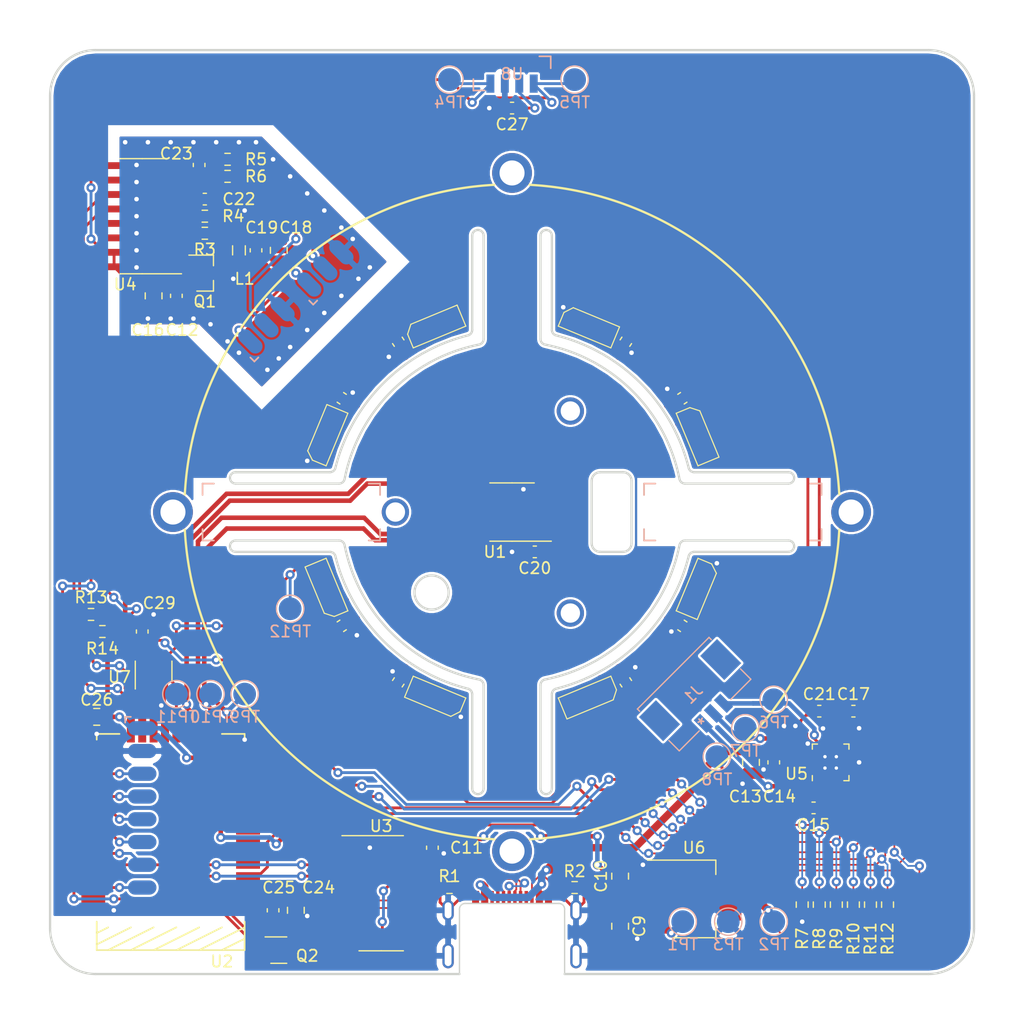
<source format=kicad_pcb>
(kicad_pcb (version 20171130) (host pcbnew 5.1.10-88a1d61d58~90~ubuntu20.04.1)
  (layers (0 F.Cu signal) (31 B.Cu signal) (34 B.Paste user) (35 F.Paste user) (36 B.SilkS user) (37 F.SilkS user) (38 B.Mask user) (39 F.Mask user) (44 Edge.Cuts user))
  (net 0 "")
  (net 1 GND)
  (net 2 +5V)
  (net 3 "Net-(D1-Pad3)")
  (net 4 "Net-(D2-Pad3)")
  (net 5 "Net-(D3-Pad3)")
  (net 6 "Net-(D4-Pad3)")
  (net 7 "Net-(D5-Pad3)")
  (net 8 "Net-(D6-Pad3)")
  (net 9 "Net-(D7-Pad3)")
  (net 10 /USB_CC1)
  (net 11 /USB_D-)
  (net 12 /USB_D+)
  (net 13 /USB_CC2)
  (net 14 +3V3)
  (net 15 "Net-(C15-Pad2)")
  (net 16 /STRAIN_E+)
  (net 17 "Net-(C21-Pad1)")
  (net 18 "Net-(C22-Pad2)")
  (net 19 "Net-(C23-Pad2)")
  (net 20 "Net-(C23-Pad1)")
  (net 21 "Net-(J1-Pad3)")
  (net 22 "Net-(J1-Pad2)")
  (net 23 "Net-(J1-Pad1)")
  (net 24 "Net-(L1-Pad1)")
  (net 25 "Net-(Q1-Pad1)")
  (net 26 "Net-(R3-Pad2)")
  (net 27 /STRAIN_S-)
  (net 28 /STRAIN_S+)
  (net 29 /RTS)
  (net 30 /DTR)
  (net 31 /ESP32_EN)
  (net 32 /ESP32_BOOT)
  (net 33 /USB_SERIAL_RXI)
  (net 34 /USB_SERIAL_TXO)
  (net 35 /LED_DATA_5V)
  (net 36 /LCD_CMD)
  (net 37 /LCD_CS)
  (net 38 /LCD_BACKLIGHT)
  (net 39 /LCD_DATA)
  (net 40 /LCD_SCK)
  (net 41 /LCD_RST)
  (net 42 /MAG_DO)
  (net 43 /MAG_CLK)
  (net 44 /MAG_CSN)
  (net 45 /STRAIN_DO)
  (net 46 /STRAIN_SCK)
  (net 47 /TMC_UH)
  (net 48 /TMC_VH)
  (net 49 /TMC_WH)
  (net 50 /TMC_UL)
  (net 51 /TMC_WL)
  (net 52 /TMC_VL)
  (net 53 /TMC_DIAG)
  (net 54 /LED_DATA_3V3)
  (net 55 /SDA)
  (net 56 /SCL)
  (module sk6812:SK6812-SIDE-A (layer F.Cu) (at -15.248051 -8.264664 247.5)
    (fp_text reference D8 hide)
    (fp_text value SK6812SIDE-A)
    (pad 4 smd custom (at 3.6 0 247.5) (size 1 0.55) (layers F.Cu F.Paste F.Mask) (net 1 GND) (options (clearance outline) (anchor rect)) (primitives (gr_poly (pts (xy 0.05 -0.525) (xy -0.5 -0.525) (xy -0.5 0.675) (xy 0.05 0.675)) (width 0))))
    (pad 3 smd rect (at 2.375 0 247.5) (size 0.45 1.2) (drill (offset 0 0.075)) (layers F.Cu F.Paste F.Mask))
    (pad 2 smd rect (at 1.35 0 247.5) (size 0.7 1.2) (drill (offset 0 0.075)) (layers F.Cu F.Paste F.Mask) (net 2 +5V))
    (pad 1 smd custom (at 0 0 247.5) (size 1 0.55) (layers F.Cu F.Paste F.Mask) (net 9 "Net-(D7-Pad3)") (options (clearance outline) (anchor rect)) (primitives (gr_poly (pts (xy -0.05 -0.525) (xy 0.5 -0.525) (xy 0.5 0.675) (xy -0.05 0.675)) (width 0))))
  )
  (module sk6812:SK6812-SIDE-A (layer F.Cu) (at -4.938 -16.626 202.5)
    (fp_text reference D7 hide)
    (fp_text value SK6812SIDE-A)
    (pad 4 smd custom (at 3.6 0 202.5) (size 1 0.55) (layers F.Cu F.Paste F.Mask) (net 1 GND) (options (clearance outline) (anchor rect)) (primitives (gr_poly (pts (xy 0.05 -0.525) (xy -0.5 -0.525) (xy -0.5 0.675) (xy 0.05 0.675)) (width 0))))
    (pad 3 smd rect (at 2.375 0 202.5) (size 0.45 1.2) (drill (offset 0 0.075)) (layers F.Cu F.Paste F.Mask) (net 9 "Net-(D7-Pad3)"))
    (pad 2 smd rect (at 1.35 0 202.5) (size 0.7 1.2) (drill (offset 0 0.075)) (layers F.Cu F.Paste F.Mask) (net 2 +5V))
    (pad 1 smd custom (at 0 0 202.5) (size 1 0.55) (layers F.Cu F.Paste F.Mask) (net 8 "Net-(D6-Pad3)") (options (clearance outline) (anchor rect)) (primitives (gr_poly (pts (xy -0.05 -0.525) (xy 0.5 -0.525) (xy 0.5 0.675) (xy -0.05 0.675)) (width 0))))
  )
  (module sk6812:SK6812-SIDE-A (layer F.Cu) (at 8.264664 -15.248051 157.5)
    (fp_text reference D6 hide)
    (fp_text value SK6812SIDE-A)
    (pad 4 smd custom (at 3.6 0 157.5) (size 1 0.55) (layers F.Cu F.Paste F.Mask) (net 1 GND) (options (clearance outline) (anchor rect)) (primitives (gr_poly (pts (xy 0.05 -0.525) (xy -0.5 -0.525) (xy -0.5 0.675) (xy 0.05 0.675)) (width 0))))
    (pad 3 smd rect (at 2.375 0 157.5) (size 0.45 1.2) (drill (offset 0 0.075)) (layers F.Cu F.Paste F.Mask) (net 8 "Net-(D6-Pad3)"))
    (pad 2 smd rect (at 1.35 0 157.5) (size 0.7 1.2) (drill (offset 0 0.075)) (layers F.Cu F.Paste F.Mask) (net 2 +5V))
    (pad 1 smd custom (at 0 0 157.5) (size 1 0.55) (layers F.Cu F.Paste F.Mask) (net 7 "Net-(D5-Pad3)") (options (clearance outline) (anchor rect)) (primitives (gr_poly (pts (xy -0.05 -0.525) (xy 0.5 -0.525) (xy 0.5 0.675) (xy -0.05 0.675)) (width 0))))
  )
  (module sk6812:SK6812-SIDE-A (layer F.Cu) (at 16.626 -4.938 112.5)
    (fp_text reference D5 hide)
    (fp_text value SK6812SIDE-A)
    (pad 4 smd custom (at 3.6 0 112.5) (size 1 0.55) (layers F.Cu F.Paste F.Mask) (net 1 GND) (options (clearance outline) (anchor rect)) (primitives (gr_poly (pts (xy 0.05 -0.525) (xy -0.5 -0.525) (xy -0.5 0.675) (xy 0.05 0.675)) (width 0))))
    (pad 3 smd rect (at 2.375 0 112.5) (size 0.45 1.2) (drill (offset 0 0.075)) (layers F.Cu F.Paste F.Mask) (net 7 "Net-(D5-Pad3)"))
    (pad 2 smd rect (at 1.35 0 112.5) (size 0.7 1.2) (drill (offset 0 0.075)) (layers F.Cu F.Paste F.Mask) (net 2 +5V))
    (pad 1 smd custom (at 0 0 112.5) (size 1 0.55) (layers F.Cu F.Paste F.Mask) (net 6 "Net-(D4-Pad3)") (options (clearance outline) (anchor rect)) (primitives (gr_poly (pts (xy -0.05 -0.525) (xy 0.5 -0.525) (xy 0.5 0.675) (xy -0.05 0.675)) (width 0))))
  )
  (module sk6812:SK6812-SIDE-A (layer F.Cu) (at 15.248051 8.264664 67.5)
    (fp_text reference D4 hide)
    (fp_text value SK6812SIDE-A)
    (pad 4 smd custom (at 3.6 0 67.5) (size 1 0.55) (layers F.Cu F.Paste F.Mask) (net 1 GND) (options (clearance outline) (anchor rect)) (primitives (gr_poly (pts (xy 0.05 -0.525) (xy -0.5 -0.525) (xy -0.5 0.675) (xy 0.05 0.675)) (width 0))))
    (pad 3 smd rect (at 2.375 0 67.5) (size 0.45 1.2) (drill (offset 0 0.075)) (layers F.Cu F.Paste F.Mask) (net 6 "Net-(D4-Pad3)"))
    (pad 2 smd rect (at 1.35 0 67.5) (size 0.7 1.2) (drill (offset 0 0.075)) (layers F.Cu F.Paste F.Mask) (net 2 +5V))
    (pad 1 smd custom (at 0 0 67.5) (size 1 0.55) (layers F.Cu F.Paste F.Mask) (net 5 "Net-(D3-Pad3)") (options (clearance outline) (anchor rect)) (primitives (gr_poly (pts (xy -0.05 -0.525) (xy 0.5 -0.525) (xy 0.5 0.675) (xy -0.05 0.675)) (width 0))))
  )
  (module sk6812:SK6812-SIDE-A (layer F.Cu) (at 4.938 16.626 22.5)
    (fp_text reference D3 hide)
    (fp_text value SK6812SIDE-A)
    (pad 4 smd custom (at 3.6 0 22.5) (size 1 0.55) (layers F.Cu F.Paste F.Mask) (net 1 GND) (options (clearance outline) (anchor rect)) (primitives (gr_poly (pts (xy 0.05 -0.525) (xy -0.5 -0.525) (xy -0.5 0.675) (xy 0.05 0.675)) (width 0))))
    (pad 3 smd rect (at 2.375 0 22.5) (size 0.45 1.2) (drill (offset 0 0.075)) (layers F.Cu F.Paste F.Mask) (net 5 "Net-(D3-Pad3)"))
    (pad 2 smd rect (at 1.35 0 22.5) (size 0.7 1.2) (drill (offset 0 0.075)) (layers F.Cu F.Paste F.Mask) (net 2 +5V))
    (pad 1 smd custom (at 0 0 22.5) (size 1 0.55) (layers F.Cu F.Paste F.Mask) (net 4 "Net-(D2-Pad3)") (options (clearance outline) (anchor rect)) (primitives (gr_poly (pts (xy -0.05 -0.525) (xy 0.5 -0.525) (xy 0.5 0.675) (xy -0.05 0.675)) (width 0))))
  )
  (module sk6812:SK6812-SIDE-A (layer F.Cu) (at -8.264664 15.248051 337.5)
    (fp_text reference D2 hide)
    (fp_text value SK6812SIDE-A)
    (pad 4 smd custom (at 3.6 0 337.5) (size 1 0.55) (layers F.Cu F.Paste F.Mask) (net 1 GND) (options (clearance outline) (anchor rect)) (primitives (gr_poly (pts (xy 0.05 -0.525) (xy -0.5 -0.525) (xy -0.5 0.675) (xy 0.05 0.675)) (width 0))))
    (pad 3 smd rect (at 2.375 0 337.5) (size 0.45 1.2) (drill (offset 0 0.075)) (layers F.Cu F.Paste F.Mask) (net 4 "Net-(D2-Pad3)"))
    (pad 2 smd rect (at 1.35 0 337.5) (size 0.7 1.2) (drill (offset 0 0.075)) (layers F.Cu F.Paste F.Mask) (net 2 +5V))
    (pad 1 smd custom (at 0 0 337.5) (size 1 0.55) (layers F.Cu F.Paste F.Mask) (net 3 "Net-(D1-Pad3)") (options (clearance outline) (anchor rect)) (primitives (gr_poly (pts (xy -0.05 -0.525) (xy 0.5 -0.525) (xy 0.5 0.675) (xy -0.05 0.675)) (width 0))))
  )
  (module sk6812:SK6812-SIDE-A (layer F.Cu) (at -16.626 4.938 292.5)
    (fp_text reference D1 hide)
    (fp_text value SK6812SIDE-A)
    (pad 4 smd custom (at 3.6 0 292.5) (size 1 0.55) (layers F.Cu F.Paste F.Mask) (net 1 GND) (options (clearance outline) (anchor rect)) (primitives (gr_poly (pts (xy 0.05 -0.525) (xy -0.5 -0.525) (xy -0.5 0.675) (xy 0.05 0.675)) (width 0))))
    (pad 3 smd rect (at 2.375 0 292.5) (size 0.45 1.2) (drill (offset 0 0.075)) (layers F.Cu F.Paste F.Mask) (net 3 "Net-(D1-Pad3)"))
    (pad 2 smd rect (at 1.35 0 292.5) (size 0.7 1.2) (drill (offset 0 0.075)) (layers F.Cu F.Paste F.Mask) (net 2 +5V))
    (pad 1 smd custom (at 0 0 292.5) (size 1 0.55) (layers F.Cu F.Paste F.Mask) (net 35 /LED_DATA_5V) (options (clearance outline) (anchor rect)) (primitives (gr_poly (pts (xy -0.05 -0.525) (xy 0.5 -0.525) (xy 0.5 0.675) (xy -0.05 0.675)) (width 0))))
  )
  (module Capacitor_SMD:C_0603_1608Metric (layer F.Cu) (at 0 -35.5 180)
    (fp_text reference C27 (at 0 -1.43) (layer F.SilkS))
    (fp_text value 0.1uF)
    (pad 2 smd roundrect (at 0.775 0 180) (size 0.9 0.95) (layers F.Cu F.Paste F.Mask) (net 1 GND))
    (pad 1 smd roundrect (at -0.775 0 180) (size 0.9 0.95) (layers F.Cu F.Paste F.Mask) (net 14 +3V3))
  )
  (module view_custom:ViewKeepouts3d (layer F.Cu) (at 0 0)
    (fp_text reference Z5 hide)
    (fp_text value dummy_keepouts)
  )
  (module Molex:532610371 (layer B.Cu) (at 16.816 18.584 45)
    (fp_text reference J1 (at 1.179454 -2.474874 45) (layer B.SilkS) (effects (justify mirror)))
    (fp_text value BLDC hide)
    (fp_text user * (at 0 0 45) (layer B.SilkS) (effects (justify mirror)))
    (pad "" smd rect (at 5.05 -2.899999 45) (size 2.1 2.999999) (layers B.Cu B.Paste B.Mask))
    (pad "" smd rect (at -2.55 -2.899999 45) (size 2.1 2.999999) (layers B.Cu B.Paste B.Mask))
    (pad 3 smd rect (at 2.5 0 45) (size 0.8 1.6) (layers B.Cu B.Paste B.Mask) (net 21 "Net-(J1-Pad3)"))
    (pad 2 smd rect (at 1.25 0 45) (size 0.8 1.6) (layers B.Cu B.Paste B.Mask) (net 22 "Net-(J1-Pad2)"))
    (pad 1 smd rect (at 0 0 45) (size 0.8 1.6) (layers B.Cu B.Paste B.Mask) (net 23 "Net-(J1-Pad1)"))
  )
  (module VEML7700:VEML7700-TOP (layer B.Cu) (at 0 -39 180)
    (fp_text reference U8 (at 0 -0.5) (layer B.SilkS) (effects (justify mirror)))
    (fp_text value VEML7700)
    (pad 4 smd rect (at 1.905 -1.35 180) (size 0.7 1.6) (layers B.Cu B.Paste B.Mask) (net 55 /SDA))
    (pad 3 smd rect (at 0.635 -1.35 180) (size 0.7 1.6) (layers B.Cu B.Paste B.Mask) (net 1 GND))
    (pad 2 smd rect (at -0.635 -1.35 180) (size 0.7 1.6) (layers B.Cu B.Paste B.Mask) (net 14 +3V3))
    (pad 1 smd rect (at -1.905 -1.35 180) (size 0.7 1.6) (layers B.Cu B.Paste B.Mask) (net 56 /SCL))
  )
  (module GCT_USB:USB4510 (layer F.Cu) (at 0 40.6)
    (fp_text reference J2)
    (fp_text value USB_C_Receptacle_USB2.0)
    (fp_line (start 4.62 0) (end 4.62 -5.7) (layer Edge.Cuts) (width 0.12))
    (fp_line (start -4.12 -6.2) (end 4.12 -6.2) (layer Edge.Cuts) (width 0.12))
    (fp_line (start -4.62 0) (end -4.62 -5.7) (layer Edge.Cuts) (width 0.12))
    (fp_arc (start 4.12 -5.7) (end 4.62 -5.7) (angle -90) (layer Edge.Cuts) (width 0.12))
    (fp_arc (start -4.12 -5.7) (end -4.12 -6.2) (angle -90) (layer Edge.Cuts) (width 0.12))
    (pad A12 smd rect (at 3.2 -6.75) (size 0.6 1.1) (layers F.Cu F.Paste F.Mask) (net 1 GND))
    (pad B1 smd rect (at 3.2 -6.75) (size 0.6 1.1) (layers F.Cu F.Paste F.Mask) (net 1 GND))
    (pad B4 smd rect (at 2.4 -6.75) (size 0.6 1.1) (layers F.Cu F.Paste F.Mask) (net 2 +5V))
    (pad A9 smd rect (at 2.4 -6.75) (size 0.6 1.1) (layers F.Cu F.Paste F.Mask) (net 2 +5V))
    (pad B5 smd rect (at 1.75 -6.75) (size 0.3 1.1) (layers F.Cu F.Paste F.Mask) (net 13 /USB_CC2))
    (pad A8 smd rect (at 1.25 -6.75) (size 0.3 1.1) (layers F.Cu F.Paste F.Mask))
    (pad B6 smd rect (at 0.75 -6.75) (size 0.3 1.1) (layers F.Cu F.Paste F.Mask) (net 12 /USB_D+))
    (pad A7 smd rect (at 0.25 -6.75) (size 0.3 1.1) (layers F.Cu F.Paste F.Mask) (net 11 /USB_D-))
    (pad A6 smd rect (at -0.25 -6.75) (size 0.3 1.1) (layers F.Cu F.Paste F.Mask) (net 12 /USB_D+))
    (pad B7 smd rect (at -0.75 -6.75) (size 0.3 1.1) (layers F.Cu F.Paste F.Mask) (net 11 /USB_D-))
    (pad A5 smd rect (at -1.25 -6.75) (size 0.3 1.1) (layers F.Cu F.Paste F.Mask) (net 10 /USB_CC1))
    (pad B8 smd rect (at -1.75 -6.75) (size 0.3 1.1) (layers F.Cu F.Paste F.Mask))
    (pad B9 smd rect (at -2.4 -6.75) (size 0.6 1.1) (layers F.Cu F.Paste F.Mask) (net 2 +5V))
    (pad B12 smd rect (at -3.2 -6.75) (size 0.6 1.1) (layers F.Cu F.Paste F.Mask) (net 1 GND))
    (pad A4 smd rect (at -2.4 -6.75) (size 0.6 1.1) (layers F.Cu F.Paste F.Mask) (net 2 +5V))
    (pad A1 smd rect (at -3.2 -6.75) (size 0.6 1.1) (layers F.Cu F.Paste F.Mask) (net 1 GND))
    (pad S1 thru_hole oval (at -5.62 -5.6) (size 1 1.8) (drill oval 0.6 1.4) (layers *.Cu *.Mask) (net 1 GND))
    (pad S1 thru_hole oval (at 5.62 -1.6) (size 1 2.2) (drill oval 0.6 1.8) (layers *.Cu *.Mask) (net 1 GND))
    (pad S1 thru_hole oval (at -5.62 -1.6) (size 1 2.2) (drill oval 0.6 1.8) (layers *.Cu *.Mask) (net 1 GND))
    (pad S1 thru_hole oval (at 5.62 -5.6) (size 1 1.8) (drill oval 0.6 1.4) (layers *.Cu *.Mask) (net 1 GND))
  )
  (module TestPoint:TestPoint_Pad_D2.0mm (layer B.Cu) (at -19.5 8.5)
    (fp_text reference TP12 (at 0 1.998) (layer B.SilkS) (effects (justify mirror)))
    (fp_text value LED)
    (pad 1 smd circle (at 0 0) (size 2 2) (layers B.Cu B.Mask) (net 35 /LED_DATA_5V))
  )
  (module TestPoint:TestPoint_Pad_D2.0mm (layer B.Cu) (at -29.5 16)
    (fp_text reference TP11 (at 0 1.998) (layer B.SilkS) (effects (justify mirror)))
    (fp_text value DO)
    (pad 1 smd circle (at 0 0) (size 2 2) (layers B.Cu B.Mask) (net 42 /MAG_DO))
  )
  (module TestPoint:TestPoint_Pad_D2.0mm (layer B.Cu) (at -26.5 16)
    (fp_text reference TP10 (at 0 1.998) (layer B.SilkS) (effects (justify mirror)))
    (fp_text value CLK)
    (pad 1 smd circle (at 0 0) (size 2 2) (layers B.Cu B.Mask) (net 43 /MAG_CLK))
  )
  (module TestPoint:TestPoint_Pad_D2.0mm (layer B.Cu) (at -23.5 16)
    (fp_text reference TP9 (at 0 1.998) (layer B.SilkS) (effects (justify mirror)))
    (fp_text value CSN)
    (pad 1 smd circle (at 0 0) (size 2 2) (layers B.Cu B.Mask) (net 44 /MAG_CSN))
  )
  (module TestPoint:TestPoint_Pad_D2.0mm (layer B.Cu) (at 18 21.5)
    (fp_text reference TP8 (at 0 1.998) (layer B.SilkS) (effects (justify mirror)))
    (fp_text value W)
    (pad 1 smd circle (at 0 0) (size 2 2) (layers B.Cu B.Mask) (net 23 "Net-(J1-Pad1)"))
  )
  (module TestPoint:TestPoint_Pad_D2.0mm (layer B.Cu) (at 20.5 19)
    (fp_text reference TP7 (at 0 1.998) (layer B.SilkS) (effects (justify mirror)))
    (fp_text value V)
    (pad 1 smd circle (at 0 0) (size 2 2) (layers B.Cu B.Mask) (net 22 "Net-(J1-Pad2)"))
  )
  (module TestPoint:TestPoint_Pad_D2.0mm (layer B.Cu) (at 23 16.5)
    (fp_text reference TP6 (at 0 1.998) (layer B.SilkS) (effects (justify mirror)))
    (fp_text value U)
    (pad 1 smd circle (at 0 0) (size 2 2) (layers B.Cu B.Mask) (net 21 "Net-(J1-Pad3)"))
  )
  (module TestPoint:TestPoint_Pad_D2.0mm (layer B.Cu) (at 5.5 -38)
    (fp_text reference TP5 (at 0 1.998) (layer B.SilkS) (effects (justify mirror)))
    (fp_text value SCL)
    (pad 1 smd circle (at 0 0) (size 2 2) (layers B.Cu B.Mask) (net 56 /SCL))
  )
  (module TestPoint:TestPoint_Pad_D2.0mm (layer B.Cu) (at -5.5 -38)
    (fp_text reference TP4 (at 0 1.998) (layer B.SilkS) (effects (justify mirror)))
    (fp_text value SDA)
    (pad 1 smd circle (at 0 0) (size 2 2) (layers B.Cu B.Mask) (net 55 /SDA))
  )
  (module TestPoint:TestPoint_Pad_D2.0mm (layer B.Cu) (at 19 36)
    (fp_text reference TP3 (at 0 1.998) (layer B.SilkS) (effects (justify mirror)))
    (fp_text value GND)
    (pad 1 smd circle (at 0 0) (size 2 2) (layers B.Cu B.Mask) (net 1 GND))
  )
  (module TestPoint:TestPoint_Pad_D2.0mm (layer B.Cu) (at 23 36)
    (fp_text reference TP2 (at 0 1.998) (layer B.SilkS) (effects (justify mirror)))
    (fp_text value 3.3v)
    (pad 1 smd circle (at 0 0) (size 2 2) (layers B.Cu B.Mask) (net 14 +3V3))
  )
  (module TestPoint:TestPoint_Pad_D2.0mm (layer B.Cu) (at 15 36)
    (fp_text reference TP1 (at 0 1.998) (layer B.SilkS) (effects (justify mirror)))
    (fp_text value 5V)
    (pad 1 smd circle (at 0 0) (size 2 2) (layers B.Cu B.Mask) (net 2 +5V))
  )
  (module view_custom:SolderPads_2mm_3 (layer B.Cu) (at -23 -15 45)
    (fp_text reference J5 hide)
    (fp_text value Strain)
    (pad 3 smd oval (at 4 0 45) (size 1.25 2.5) (layers B.Cu B.Mask) (net 1 GND))
    (pad 2 smd oval (at 2 0 45) (size 1.25 2.5) (layers B.Cu B.Mask) (net 27 /STRAIN_S-))
    (pad 1 smd oval (at 0 0 45) (size 1.25 2.5) (layers B.Cu B.Mask) (net 16 /STRAIN_E+))
  )
  (module view_custom:SolderPads_2mm_3 (layer B.Cu) (at -17.828427 -20 45)
    (fp_text reference J4 hide)
    (fp_text value Strain)
    (pad 3 smd oval (at 4 0 45) (size 1.25 2.5) (layers B.Cu B.Mask) (net 1 GND))
    (pad 2 smd oval (at 2 0 45) (size 1.25 2.5) (layers B.Cu B.Mask) (net 28 /STRAIN_S+))
    (pad 1 smd oval (at 0 0 45) (size 1.25 2.5) (layers B.Cu B.Mask) (net 16 /STRAIN_E+))
  )
  (module view_custom:SolderPads_2mm_8 (layer B.Cu) (at -32.5 19 270)
    (fp_text reference J3 hide)
    (fp_text value LCD)
    (pad 8 smd oval (at 14 0 270) (size 1.25 2.5) (layers B.Cu B.Mask) (net 36 /LCD_CMD))
    (pad 7 smd oval (at 12 0 270) (size 1.25 2.5) (layers B.Cu B.Mask) (net 37 /LCD_CS))
    (pad 6 smd oval (at 10 0 270) (size 1.25 2.5) (layers B.Cu B.Mask) (net 38 /LCD_BACKLIGHT))
    (pad 5 smd oval (at 8 0 270) (size 1.25 2.5) (layers B.Cu B.Mask) (net 39 /LCD_DATA))
    (pad 4 smd oval (at 6 0 270) (size 1.25 2.5) (layers B.Cu B.Mask) (net 40 /LCD_SCK))
    (pad 3 smd oval (at 4 0 270) (size 1.25 2.5) (layers B.Cu B.Mask) (net 41 /LCD_RST))
    (pad 2 smd oval (at 2 0 270) (size 1.25 2.5) (layers B.Cu B.Mask) (net 1 GND))
    (pad 1 smd oval (at 0 0 270) (size 1.25 2.5) (layers B.Cu B.Mask) (net 14 +3V3))
  )
  (module Resistor_SMD:R_0603_1608Metric (layer F.Cu) (at -36 10.5 180)
    (fp_text reference R14 (at 0 -1.5) (layer F.SilkS))
    (fp_text value 2.2k)
    (pad 2 smd roundrect (at 0.825 0 180) (size 0.8 0.95) (layers F.Cu F.Paste F.Mask) (net 56 /SCL))
    (pad 1 smd roundrect (at -0.825 0 180) (size 0.8 0.95) (layers F.Cu F.Paste F.Mask) (net 14 +3V3))
  )
  (module Resistor_SMD:R_0603_1608Metric (layer F.Cu) (at -37 9 180)
    (fp_text reference R13 (at 0 1.5) (layer F.SilkS))
    (fp_text value 2.2k)
    (pad 2 smd roundrect (at 0.825 0 180) (size 0.8 0.95) (layers F.Cu F.Paste F.Mask) (net 55 /SDA))
    (pad 1 smd roundrect (at -0.825 0 180) (size 0.8 0.95) (layers F.Cu F.Paste F.Mask) (net 14 +3V3))
  )
  (module Capacitor_SMD:C_0603_1608Metric (layer F.Cu) (at -14.967 -10 326.2)
    (fp_text reference C8 hide)
    (fp_text value 0.1uF)
    (pad 1 smd roundrect (at -0.775 0 326.2) (size 0.9 0.95) (layers F.Cu F.Paste F.Mask) (net 2 +5V))
    (pad 2 smd roundrect (at 0.775 0 326.2) (size 0.9 0.95) (layers F.Cu F.Paste F.Mask) (net 1 GND))
  )
  (module Capacitor_SMD:C_0603_1608Metric (layer F.Cu) (at -10 -14.967 303.7)
    (fp_text reference C7 hide)
    (fp_text value 0.1uF)
    (pad 1 smd roundrect (at -0.775 0 303.7) (size 0.9 0.95) (layers F.Cu F.Paste F.Mask) (net 2 +5V))
    (pad 2 smd roundrect (at 0.775 0 303.7) (size 0.9 0.95) (layers F.Cu F.Paste F.Mask) (net 1 GND))
  )
  (module Capacitor_SMD:C_0603_1608Metric (layer F.Cu) (at 10 -14.967 236.2)
    (fp_text reference C6 hide)
    (fp_text value 0.1uF)
    (pad 1 smd roundrect (at -0.775 0 236.2) (size 0.9 0.95) (layers F.Cu F.Paste F.Mask) (net 2 +5V))
    (pad 2 smd roundrect (at 0.775 0 236.2) (size 0.9 0.95) (layers F.Cu F.Paste F.Mask) (net 1 GND))
  )
  (module Capacitor_SMD:C_0603_1608Metric (layer F.Cu) (at 14.967 -10 213.7)
    (fp_text reference C5 hide)
    (fp_text value 0.1uF)
    (pad 1 smd roundrect (at -0.775 0 213.7) (size 0.9 0.95) (layers F.Cu F.Paste F.Mask) (net 2 +5V))
    (pad 2 smd roundrect (at 0.775 0 213.7) (size 0.9 0.95) (layers F.Cu F.Paste F.Mask) (net 1 GND))
  )
  (module Capacitor_SMD:C_0603_1608Metric (layer F.Cu) (at 14.967 10 146.2)
    (fp_text reference C4 hide)
    (fp_text value 0.1uF)
    (pad 1 smd roundrect (at -0.775 0 146.2) (size 0.9 0.95) (layers F.Cu F.Paste F.Mask) (net 2 +5V))
    (pad 2 smd roundrect (at 0.775 0 146.2) (size 0.9 0.95) (layers F.Cu F.Paste F.Mask) (net 1 GND))
  )
  (module Capacitor_SMD:C_0603_1608Metric (layer F.Cu) (at 10 14.967 123.7)
    (fp_text reference C3 hide)
    (fp_text value 0.1uF)
    (pad 1 smd roundrect (at -0.775 0 123.7) (size 0.9 0.95) (layers F.Cu F.Paste F.Mask) (net 2 +5V))
    (pad 2 smd roundrect (at 0.775 0 123.7) (size 0.9 0.95) (layers F.Cu F.Paste F.Mask) (net 1 GND))
  )
  (module Resistor_SMD:R_0603_1608Metric (layer F.Cu) (at 33 34.5 270)
    (fp_text reference R12 (at 3 0 90) (layer F.SilkS))
    (fp_text value 10k)
    (pad 2 smd roundrect (at 0.825 0 270) (size 0.8 0.95) (layers F.Cu F.Paste F.Mask) (net 1 GND))
    (pad 1 smd roundrect (at -0.825 0 270) (size 0.8 0.95) (layers F.Cu F.Paste F.Mask) (net 52 /TMC_VL))
  )
  (module Resistor_SMD:R_0603_1608Metric (layer F.Cu) (at 31.5 34.5 270)
    (fp_text reference R11 (at 3 0 90) (layer F.SilkS))
    (fp_text value 10k)
    (pad 2 smd roundrect (at 0.825 0 270) (size 0.8 0.95) (layers F.Cu F.Paste F.Mask) (net 1 GND))
    (pad 1 smd roundrect (at -0.825 0 270) (size 0.8 0.95) (layers F.Cu F.Paste F.Mask) (net 51 /TMC_WL))
  )
  (module Resistor_SMD:R_0603_1608Metric (layer F.Cu) (at 30 34.5 270)
    (fp_text reference R10 (at 3 0 90) (layer F.SilkS))
    (fp_text value 10k)
    (pad 2 smd roundrect (at 0.825 0 270) (size 0.8 0.95) (layers F.Cu F.Paste F.Mask) (net 1 GND))
    (pad 1 smd roundrect (at -0.825 0 270) (size 0.8 0.95) (layers F.Cu F.Paste F.Mask) (net 50 /TMC_UL))
  )
  (module Resistor_SMD:R_0603_1608Metric (layer F.Cu) (at 28.5 34.5 270)
    (fp_text reference R9 (at 3 0 90) (layer F.SilkS))
    (fp_text value 10k)
    (pad 2 smd roundrect (at 0.825 0 270) (size 0.8 0.95) (layers F.Cu F.Paste F.Mask) (net 1 GND))
    (pad 1 smd roundrect (at -0.825 0 270) (size 0.8 0.95) (layers F.Cu F.Paste F.Mask) (net 49 /TMC_WH))
  )
  (module Resistor_SMD:R_0603_1608Metric (layer F.Cu) (at 27 34.5 270)
    (fp_text reference R8 (at 3 0 90) (layer F.SilkS))
    (fp_text value 10k)
    (pad 2 smd roundrect (at 0.825 0 270) (size 0.8 0.95) (layers F.Cu F.Paste F.Mask) (net 1 GND))
    (pad 1 smd roundrect (at -0.825 0 270) (size 0.8 0.95) (layers F.Cu F.Paste F.Mask) (net 48 /TMC_VH))
  )
  (module Resistor_SMD:R_0603_1608Metric (layer F.Cu) (at 25.5 34.5 270)
    (fp_text reference R7 (at 3 0 90) (layer F.SilkS))
    (fp_text value 10k)
    (pad 2 smd roundrect (at 0.825 0 270) (size 0.8 0.95) (layers F.Cu F.Paste F.Mask) (net 1 GND))
    (pad 1 smd roundrect (at -0.825 0 270) (size 0.8 0.95) (layers F.Cu F.Paste F.Mask) (net 47 /TMC_UH))
  )
  (module Capacitor_SMD:C_0603_1608Metric (layer F.Cu) (at -29.5 -19 270)
    (fp_text reference C12 (at 3 -0.5 180) (layer F.SilkS))
    (fp_text value 0.1uF)
    (pad 2 smd roundrect (at 0.775 0 270) (size 0.9 0.95) (layers F.Cu F.Paste F.Mask) (net 1 GND))
    (pad 1 smd roundrect (at -0.775 0 270) (size 0.9 0.95) (layers F.Cu F.Paste F.Mask) (net 14 +3V3))
  )
  (module Package_TO_SOT_SMD:SOT-23-5 (layer F.Cu) (at -31.5 14 90)
    (fp_text reference U7 (at -0.5 -3 180) (layer F.SilkS))
    (fp_text value SN74LV1T34DBV)
    (pad 5 smd rect (at 1.1 -0.95 90) (size 1.06 0.65) (layers F.Cu F.Paste F.Mask) (net 2 +5V))
    (pad 4 smd rect (at 1.1 0.95 90) (size 1.06 0.65) (layers F.Cu F.Paste F.Mask) (net 35 /LED_DATA_5V))
    (pad 3 smd rect (at -1.1 0.95 90) (size 1.06 0.65) (layers F.Cu F.Paste F.Mask) (net 1 GND))
    (pad 2 smd rect (at -1.1 0 90) (size 1.06 0.65) (layers F.Cu F.Paste F.Mask) (net 54 /LED_DATA_3V3))
    (pad 1 smd rect (at -1.1 -0.95 90) (size 1.06 0.65) (layers F.Cu F.Paste F.Mask))
  )
  (module Capacitor_SMD:C_0603_1608Metric (layer F.Cu) (at -32.5 10.5 90)
    (fp_text reference C29 (at 2.5 1.5 180) (layer F.SilkS))
    (fp_text value 0.1uF)
    (pad 2 smd roundrect (at 0.775 0 90) (size 0.9 0.95) (layers F.Cu F.Paste F.Mask) (net 1 GND))
    (pad 1 smd roundrect (at -0.775 0 90) (size 0.9 0.95) (layers F.Cu F.Paste F.Mask) (net 2 +5V))
  )
  (module strain:BF350-3AA (layer B.Cu) (at -23.2 0 270)
    (fp_text reference Z4)
    (fp_text value strain)
  )
  (module strain:BF350-3AA (layer B.Cu) (at -15.6 0 90)
    (fp_text reference Z3)
    (fp_text value strain)
  )
  (module strain:BF350-3AA (layer B.Cu) (at 23.2 0 90)
    (fp_text reference Z2)
    (fp_text value strain)
  )
  (module strain:BF350-3AA (layer B.Cu) (at 15.6 0 270)
    (fp_text reference Z1)
    (fp_text value strain)
  )
  (module Package_TO_SOT_SMD:SOT-363_SC-70-6 (layer F.Cu) (at -20.5 38.5)
    (fp_text reference Q2 (at 2.5 0.5) (layer F.SilkS))
    (fp_text value UMH3N)
    (pad 6 smd rect (at 0.95 -0.65) (size 0.65 0.4) (layers F.Cu F.Paste F.Mask) (net 31 /ESP32_EN))
    (pad 4 smd rect (at 0.95 0.65) (size 0.65 0.4) (layers F.Cu F.Paste F.Mask) (net 30 /DTR))
    (pad 2 smd rect (at -0.95 0) (size 0.65 0.4) (layers F.Cu F.Paste F.Mask) (net 30 /DTR))
    (pad 5 smd rect (at 0.95 0) (size 0.65 0.4) (layers F.Cu F.Paste F.Mask) (net 29 /RTS))
    (pad 3 smd rect (at -0.95 0.65) (size 0.65 0.4) (layers F.Cu F.Paste F.Mask) (net 32 /ESP32_BOOT))
    (pad 1 smd rect (at -0.95 -0.65) (size 0.65 0.4) (layers F.Cu F.Paste F.Mask) (net 29 /RTS))
  )
  (module Capacitor_SMD:C_0805_2012Metric (layer F.Cu) (at -36.5 18 180)
    (fp_text reference C26 (at 0 1.5) (layer F.SilkS))
    (fp_text value 10uF)
    (pad 2 smd roundrect (at 0.95 0 180) (size 1 1.45) (layers F.Cu F.Paste F.Mask) (net 1 GND))
    (pad 1 smd roundrect (at -0.95 0 180) (size 1 1.45) (layers F.Cu F.Paste F.Mask) (net 14 +3V3))
  )
  (module Capacitor_SMD:C_0603_1608Metric (layer F.Cu) (at -21 35 270)
    (fp_text reference C25 (at -2 -0.5 180) (layer F.SilkS))
    (fp_text value 0.1uF)
    (pad 2 smd roundrect (at 0.775 0 270) (size 0.9 0.95) (layers F.Cu F.Paste F.Mask) (net 1 GND))
    (pad 1 smd roundrect (at -0.775 0 270) (size 0.9 0.95) (layers F.Cu F.Paste F.Mask) (net 14 +3V3))
  )
  (module Capacitor_SMD:C_0805_2012Metric (layer F.Cu) (at -19 35 270)
    (fp_text reference C24 (at -2 -2 180) (layer F.SilkS))
    (fp_text value 10uF)
    (pad 2 smd roundrect (at 0.95 0 270) (size 1 1.45) (layers F.Cu F.Paste F.Mask) (net 1 GND))
    (pad 1 smd roundrect (at -0.95 0 270) (size 1 1.45) (layers F.Cu F.Paste F.Mask) (net 14 +3V3))
  )
  (module Package_TO_SOT_SMD:SOT-223-3_TabPin2 (layer F.Cu) (at 16 34)
    (fp_text reference U6 (at 0 -4.5) (layer F.SilkS))
    (fp_text value AP1117-33)
    (pad 1 smd rect (at -3.15 -2.3) (size 2 1.5) (layers F.Cu F.Paste F.Mask) (net 1 GND))
    (pad 3 smd rect (at -3.15 2.3) (size 2 1.5) (layers F.Cu F.Paste F.Mask) (net 2 +5V))
    (pad 2 smd rect (at -3.15 0) (size 2 1.5) (layers F.Cu F.Paste F.Mask) (net 14 +3V3))
    (pad 2 smd rect (at 3.15 0) (size 2 3.8) (layers F.Cu F.Paste F.Mask) (net 14 +3V3))
  )
  (module Resistor_SMD:R_0603_1608Metric (layer F.Cu) (at -25 -31 180)
    (fp_text reference R6 (at -2.5 -1.5) (layer F.SilkS))
    (fp_text value 100)
    (pad 2 smd roundrect (at 0.825 0 180) (size 0.8 0.95) (layers F.Cu F.Paste F.Mask) (net 20 "Net-(C23-Pad1)"))
    (pad 1 smd roundrect (at -0.825 0 180) (size 0.8 0.95) (layers F.Cu F.Paste F.Mask) (net 28 /STRAIN_S+))
  )
  (module Resistor_SMD:R_0603_1608Metric (layer F.Cu) (at -25 -29.5)
    (fp_text reference R5 (at 2.5 -1.5) (layer F.SilkS))
    (fp_text value 100)
    (pad 2 smd roundrect (at 0.825 0) (size 0.8 0.95) (layers F.Cu F.Paste F.Mask) (net 27 /STRAIN_S-))
    (pad 1 smd roundrect (at -0.825 0) (size 0.8 0.95) (layers F.Cu F.Paste F.Mask) (net 19 "Net-(C23-Pad2)"))
  )
  (module Resistor_SMD:R_0603_1608Metric (layer F.Cu) (at -27 -26)
    (fp_text reference R4 (at 2.5 0) (layer F.SilkS))
    (fp_text value 8.2k)
    (pad 2 smd roundrect (at 0.825 0) (size 0.8 0.95) (layers F.Cu F.Paste F.Mask) (net 1 GND))
    (pad 1 smd roundrect (at -0.825 0) (size 0.8 0.95) (layers F.Cu F.Paste F.Mask) (net 26 "Net-(R3-Pad2)"))
  )
  (module Resistor_SMD:R_0603_1608Metric (layer F.Cu) (at -27 -24.5 180)
    (fp_text reference R3 (at 0 -1.43) (layer F.SilkS))
    (fp_text value 20k)
    (pad 2 smd roundrect (at 0.825 0 180) (size 0.8 0.95) (layers F.Cu F.Paste F.Mask) (net 26 "Net-(R3-Pad2)"))
    (pad 1 smd roundrect (at -0.825 0 180) (size 0.8 0.95) (layers F.Cu F.Paste F.Mask) (net 24 "Net-(L1-Pad1)"))
  )
  (module Package_TO_SOT_SMD:SOT-23 (layer F.Cu) (at -27 -21)
    (fp_text reference Q1 (at 0 2.5) (layer F.SilkS))
    (fp_text value MMBT4403)
    (pad 3 smd rect (at 1 0) (size 0.9 0.8) (layers F.Cu F.Paste F.Mask) (net 24 "Net-(L1-Pad1)"))
    (pad 2 smd rect (at -1 0.95) (size 0.9 0.8) (layers F.Cu F.Paste F.Mask) (net 14 +3V3))
    (pad 1 smd rect (at -1 -0.95) (size 0.9 0.8) (layers F.Cu F.Paste F.Mask) (net 25 "Net-(Q1-Pad1)"))
  )
  (module Inductor_SMD:L_0805_2012Metric (layer F.Cu) (at -24 -23 270)
    (fp_text reference L1 (at 2.5 -0.5 180) (layer F.SilkS))
    (fp_text value 3.3uH)
    (pad 2 smd roundrect (at 1.0625 0 270) (size 0.875 1.2) (layers F.Cu F.Paste F.Mask) (net 16 /STRAIN_E+))
    (pad 1 smd roundrect (at -1.0625 0 270) (size 0.875 1.2) (layers F.Cu F.Paste F.Mask) (net 24 "Net-(L1-Pad1)"))
  )
  (module Capacitor_SMD:C_0603_1608Metric (layer F.Cu) (at -27.5 -30.5 270)
    (fp_text reference C23 (at -1 2 180) (layer F.SilkS))
    (fp_text value 0.1uF)
    (pad 2 smd roundrect (at 0.775 0 270) (size 0.9 0.95) (layers F.Cu F.Paste F.Mask) (net 19 "Net-(C23-Pad2)"))
    (pad 1 smd roundrect (at -0.775 0 270) (size 0.9 0.95) (layers F.Cu F.Paste F.Mask) (net 20 "Net-(C23-Pad1)"))
  )
  (module Capacitor_SMD:C_0603_1608Metric (layer F.Cu) (at -27 -27.5 180)
    (fp_text reference C22 (at -3 0) (layer F.SilkS))
    (fp_text value 0.1uF)
    (pad 2 smd roundrect (at 0.775 0 180) (size 0.9 0.95) (layers F.Cu F.Paste F.Mask) (net 18 "Net-(C22-Pad2)"))
    (pad 1 smd roundrect (at -0.775 0 180) (size 0.9 0.95) (layers F.Cu F.Paste F.Mask) (net 1 GND))
  )
  (module Capacitor_SMD:C_0603_1608Metric (layer F.Cu) (at 27 17.5 180)
    (fp_text reference C21 (at 0 1.5) (layer F.SilkS))
    (fp_text value 0.1uF)
    (pad 2 smd roundrect (at 0.775 0 180) (size 0.9 0.95) (layers F.Cu F.Paste F.Mask) (net 1 GND))
    (pad 1 smd roundrect (at -0.775 0 180) (size 0.9 0.95) (layers F.Cu F.Paste F.Mask) (net 17 "Net-(C21-Pad1)"))
  )
  (module Capacitor_SMD:C_0603_1608Metric (layer F.Cu) (at 2 3.5 180)
    (fp_text reference C20 (at 0 -1.43) (layer F.SilkS))
    (fp_text value 0.1uF)
    (pad 2 smd roundrect (at 0.775 0 180) (size 0.9 0.95) (layers F.Cu F.Paste F.Mask) (net 1 GND))
    (pad 1 smd roundrect (at -0.775 0 180) (size 0.9 0.95) (layers F.Cu F.Paste F.Mask) (net 14 +3V3))
  )
  (module Capacitor_SMD:C_0603_1608Metric (layer F.Cu) (at -22.5 -23 90)
    (fp_text reference C19 (at 2 0.5 180) (layer F.SilkS))
    (fp_text value 0.1uF)
    (pad 2 smd roundrect (at 0.775 0 90) (size 0.9 0.95) (layers F.Cu F.Paste F.Mask) (net 1 GND))
    (pad 1 smd roundrect (at -0.775 0 90) (size 0.9 0.95) (layers F.Cu F.Paste F.Mask) (net 16 /STRAIN_E+))
  )
  (module Capacitor_SMD:C_0805_2012Metric (layer F.Cu) (at -20.5 -23 90)
    (fp_text reference C18 (at 2 1.5 180) (layer F.SilkS))
    (fp_text value 10uF)
    (pad 2 smd roundrect (at 0.95 0 90) (size 1 1.45) (layers F.Cu F.Paste F.Mask) (net 1 GND))
    (pad 1 smd roundrect (at -0.95 0 90) (size 1 1.45) (layers F.Cu F.Paste F.Mask) (net 16 /STRAIN_E+))
  )
  (module Capacitor_SMD:C_0603_1608Metric (layer F.Cu) (at 30 17.5)
    (fp_text reference C17 (at 0 -1.5) (layer F.SilkS))
    (fp_text value 0.1uF)
    (pad 2 smd roundrect (at 0.775 0) (size 0.9 0.95) (layers F.Cu F.Paste F.Mask) (net 1 GND))
    (pad 1 smd roundrect (at -0.775 0) (size 0.9 0.95) (layers F.Cu F.Paste F.Mask) (net 14 +3V3))
  )
  (module Capacitor_SMD:C_0805_2012Metric (layer F.Cu) (at -31.5 -19 270)
    (fp_text reference C16 (at 3 0.5 180) (layer F.SilkS))
    (fp_text value 10uF)
    (pad 2 smd roundrect (at 0.95 0 270) (size 1 1.45) (layers F.Cu F.Paste F.Mask) (net 1 GND))
    (pad 1 smd roundrect (at -0.95 0 270) (size 1 1.45) (layers F.Cu F.Paste F.Mask) (net 14 +3V3))
  )
  (module Capacitor_SMD:C_0603_1608Metric (layer F.Cu) (at 26.5 26)
    (fp_text reference C15 (at 0 1.5) (layer F.SilkS))
    (fp_text value 0.1uF)
    (pad 2 smd roundrect (at 0.775 0) (size 0.9 0.95) (layers F.Cu F.Paste F.Mask) (net 15 "Net-(C15-Pad2)"))
    (pad 1 smd roundrect (at -0.775 0) (size 0.9 0.95) (layers F.Cu F.Paste F.Mask) (net 2 +5V))
  )
  (module Capacitor_SMD:C_0603_1608Metric (layer F.Cu) (at 23 22 270)
    (fp_text reference C14 (at 3 -0.5 180) (layer F.SilkS))
    (fp_text value 0.1uF)
    (pad 2 smd roundrect (at 0.775 0 270) (size 0.9 0.95) (layers F.Cu F.Paste F.Mask) (net 1 GND))
    (pad 1 smd roundrect (at -0.775 0 270) (size 0.9 0.95) (layers F.Cu F.Paste F.Mask) (net 2 +5V))
  )
  (module Capacitor_SMD:C_0805_2012Metric (layer F.Cu) (at 21 22 270)
    (fp_text reference C13 (at 3 0.5 180) (layer F.SilkS))
    (fp_text value 22uF)
    (pad 2 smd roundrect (at 0.95 0 270) (size 1 1.45) (layers F.Cu F.Paste F.Mask) (net 1 GND))
    (pad 1 smd roundrect (at -0.95 0 270) (size 1 1.45) (layers F.Cu F.Paste F.Mask) (net 2 +5V))
  )
  (module Capacitor_SMD:C_0603_1608Metric (layer F.Cu) (at -7 29.5 270)
    (fp_text reference C11 (at 0 -3 180) (layer F.SilkS))
    (fp_text value 0.1uF)
    (pad 2 smd roundrect (at 0.775 0 270) (size 0.9 0.95) (layers F.Cu F.Paste F.Mask) (net 1 GND))
    (pad 1 smd roundrect (at -0.775 0 270) (size 0.9 0.95) (layers F.Cu F.Paste F.Mask) (net 14 +3V3))
  )
  (module Capacitor_SMD:C_0805_2012Metric (layer F.Cu) (at 9.5 32 90)
    (fp_text reference C10 (at 0 -1.68 90) (layer F.SilkS))
    (fp_text value 10uF)
    (pad 2 smd roundrect (at 0.95 0 90) (size 1 1.45) (layers F.Cu F.Paste F.Mask) (net 1 GND))
    (pad 1 smd roundrect (at -0.95 0 90) (size 1 1.45) (layers F.Cu F.Paste F.Mask) (net 14 +3V3))
  )
  (module Capacitor_SMD:C_0805_2012Metric (layer F.Cu) (at 9.5 36.4 270)
    (fp_text reference C9 (at 0 -1.68 90) (layer F.SilkS))
    (fp_text value 10uF)
    (pad 2 smd roundrect (at 0.95 0 270) (size 1 1.45) (layers F.Cu F.Paste F.Mask) (net 1 GND))
    (pad 1 smd roundrect (at -0.95 0 270) (size 1 1.45) (layers F.Cu F.Paste F.Mask) (net 2 +5V))
  )
  (module Modified:QFN-20-1EP_3x3mm_P0.4mm_EP1.65x1.65mm_ThermalVias_LargerViaHoles (layer F.Cu) (at 28 22 90)
    (fp_text reference U5 (at -1 -3 180) (layer F.SilkS))
    (fp_text value TMC6300)
    (pad PAD thru_hole circle (at -0.5 0.5 90) (size 0.6 0.6) (drill 0.3) (layers *.Cu) (net 1 GND))
    (pad PAD thru_hole circle (at 0.5 0.5 90) (size 0.6 0.6) (drill 0.3) (layers *.Cu) (net 1 GND))
    (pad PAD thru_hole circle (at 0.5 -0.5 90) (size 0.6 0.6) (drill 0.3) (layers *.Cu) (net 1 GND))
    (pad 1 smd roundrect (at -1.45 -0.8 90) (size 0.85 0.2) (layers F.Cu F.Paste F.Mask) (net 23 "Net-(J1-Pad1)"))
    (pad 2 smd roundrect (at -1.45 -0.4 90) (size 0.85 0.2) (layers F.Cu F.Paste F.Mask) (net 15 "Net-(C15-Pad2)"))
    (pad 3 smd roundrect (at -1.45 0 90) (size 0.85 0.2) (layers F.Cu F.Paste F.Mask) (net 47 /TMC_UH))
    (pad 4 smd roundrect (at -1.45 0.4 90) (size 0.85 0.2) (layers F.Cu F.Paste F.Mask) (net 48 /TMC_VH))
    (pad 5 smd roundrect (at -1.45 0.8 90) (size 0.85 0.2) (layers F.Cu F.Paste F.Mask) (net 49 /TMC_WH))
    (pad 6 smd roundrect (at -0.8 1.45 90) (size 0.2 0.85) (layers F.Cu F.Paste F.Mask) (net 50 /TMC_UL))
    (pad 7 smd roundrect (at -0.4 1.45 90) (size 0.2 0.85) (layers F.Cu F.Paste F.Mask) (net 51 /TMC_WL))
    (pad 8 smd roundrect (at 0 1.45 90) (size 0.2 0.85) (layers F.Cu F.Paste F.Mask) (net 1 GND))
    (pad 9 smd roundrect (at 0.4 1.45 90) (size 0.2 0.85) (layers F.Cu F.Paste F.Mask) (net 1 GND))
    (pad 10 smd roundrect (at 0.8 1.45 90) (size 0.2 0.85) (layers F.Cu F.Paste F.Mask) (net 52 /TMC_VL))
    (pad 11 smd roundrect (at 1.45 0.8 90) (size 0.85 0.2) (layers F.Cu F.Paste F.Mask) (net 14 +3V3))
    (pad 12 smd roundrect (at 1.45 0.4 90) (size 0.85 0.2) (layers F.Cu F.Paste F.Mask) (net 53 /TMC_DIAG))
    (pad 13 smd roundrect (at 1.45 0 90) (size 0.85 0.2) (layers F.Cu F.Paste F.Mask) (net 17 "Net-(C21-Pad1)"))
    (pad 14 smd roundrect (at 1.45 -0.4 90) (size 0.85 0.2) (layers F.Cu F.Paste F.Mask) (net 1 GND))
    (pad 15 smd roundrect (at 1.45 -0.8 90) (size 0.85 0.2) (layers F.Cu F.Paste F.Mask) (net 21 "Net-(J1-Pad3)"))
    (pad 16 smd roundrect (at 0.8 -1.45 90) (size 0.2 0.85) (layers F.Cu F.Paste F.Mask) (net 1 GND))
    (pad 17 smd roundrect (at 0.4 -1.45 90) (size 0.2 0.85) (layers F.Cu F.Paste F.Mask) (net 22 "Net-(J1-Pad2)"))
    (pad 18 smd roundrect (at 0 -1.45 90) (size 0.2 0.85) (layers F.Cu F.Paste F.Mask) (net 2 +5V))
    (pad 19 smd roundrect (at -0.4 -1.45 90) (size 0.2 0.85) (layers F.Cu F.Paste F.Mask))
    (pad 20 smd roundrect (at -0.8 -1.45 90) (size 0.2 0.85) (layers F.Cu F.Paste F.Mask) (net 1 GND))
    (pad PAD smd rect (at 0 0 90) (size 1.65 1.65) (layers F.Cu F.Mask) (net 1 GND))
    (pad PAD thru_hole circle (at -0.5 -0.5 90) (size 0.6 0.6) (drill 0.3) (layers *.Cu) (net 1 GND))
    (pad PAD smd rect (at 0 0 90) (size 1.65 1.65) (layers B.Cu) (net 1 GND))
  )
  (module Package_SO:SOIC-16_3.9x9.9mm_P1.27mm (layer F.Cu) (at -32.5 -26 180)
    (fp_text reference U4 (at 1.5 -6) (layer F.SilkS))
    (fp_text value HX711)
    (pad 1 smd roundrect (at -2.475 -4.445 180) (size 1.95 0.6) (layers F.Cu F.Paste F.Mask) (net 14 +3V3))
    (pad 2 smd roundrect (at -2.475 -3.175 180) (size 1.95 0.6) (layers F.Cu F.Paste F.Mask) (net 25 "Net-(Q1-Pad1)"))
    (pad 3 smd roundrect (at -2.475 -1.905 180) (size 1.95 0.6) (layers F.Cu F.Paste F.Mask) (net 24 "Net-(L1-Pad1)"))
    (pad 4 smd roundrect (at -2.475 -0.635 180) (size 1.95 0.6) (layers F.Cu F.Paste F.Mask) (net 26 "Net-(R3-Pad2)"))
    (pad 5 smd roundrect (at -2.475 0.635 180) (size 1.95 0.6) (layers F.Cu F.Paste F.Mask) (net 1 GND))
    (pad 6 smd roundrect (at -2.475 1.905 180) (size 1.95 0.6) (layers F.Cu F.Paste F.Mask) (net 18 "Net-(C22-Pad2)"))
    (pad 7 smd roundrect (at -2.475 3.175 180) (size 1.95 0.6) (layers F.Cu F.Paste F.Mask) (net 19 "Net-(C23-Pad2)"))
    (pad 8 smd roundrect (at -2.475 4.445 180) (size 1.95 0.6) (layers F.Cu F.Paste F.Mask) (net 20 "Net-(C23-Pad1)"))
    (pad 9 smd roundrect (at 2.475 4.445 180) (size 1.95 0.6) (layers F.Cu F.Paste F.Mask) (net 1 GND))
    (pad 10 smd roundrect (at 2.475 3.175 180) (size 1.95 0.6) (layers F.Cu F.Paste F.Mask) (net 1 GND))
    (pad 11 smd roundrect (at 2.475 1.905 180) (size 1.95 0.6) (layers F.Cu F.Paste F.Mask) (net 46 /STRAIN_SCK))
    (pad 12 smd roundrect (at 2.475 0.635 180) (size 1.95 0.6) (layers F.Cu F.Paste F.Mask) (net 45 /STRAIN_DO))
    (pad 13 smd roundrect (at 2.475 -0.635 180) (size 1.95 0.6) (layers F.Cu F.Paste F.Mask))
    (pad 14 smd roundrect (at 2.475 -1.905 180) (size 1.95 0.6) (layers F.Cu F.Paste F.Mask) (net 1 GND))
    (pad 15 smd roundrect (at 2.475 -3.175 180) (size 1.95 0.6) (layers F.Cu F.Paste F.Mask) (net 14 +3V3))
    (pad 16 smd roundrect (at 2.475 -4.445 180) (size 1.95 0.6) (layers F.Cu F.Paste F.Mask) (net 14 +3V3))
  )
  (module Package_SO:SOIC-16_3.9x9.9mm_P1.27mm (layer F.Cu) (at -11.5 33.5)
    (fp_text reference U3 (at 0 -5.9) (layer F.SilkS))
    (fp_text value CH340C)
    (pad 16 smd roundrect (at 2.475 -4.445) (size 1.95 0.6) (layers F.Cu F.Paste F.Mask) (net 14 +3V3))
    (pad 15 smd roundrect (at 2.475 -3.175) (size 1.95 0.6) (layers F.Cu F.Paste F.Mask))
    (pad 14 smd roundrect (at 2.475 -1.905) (size 1.95 0.6) (layers F.Cu F.Paste F.Mask) (net 29 /RTS))
    (pad 13 smd roundrect (at 2.475 -0.635) (size 1.95 0.6) (layers F.Cu F.Paste F.Mask) (net 30 /DTR))
    (pad 12 smd roundrect (at 2.475 0.635) (size 1.95 0.6) (layers F.Cu F.Paste F.Mask))
    (pad 11 smd roundrect (at 2.475 1.905) (size 1.95 0.6) (layers F.Cu F.Paste F.Mask))
    (pad 10 smd roundrect (at 2.475 3.175) (size 1.95 0.6) (layers F.Cu F.Paste F.Mask))
    (pad 9 smd roundrect (at 2.475 4.445) (size 1.95 0.6) (layers F.Cu F.Paste F.Mask))
    (pad 8 smd roundrect (at -2.475 4.445) (size 1.95 0.6) (layers F.Cu F.Paste F.Mask))
    (pad 7 smd roundrect (at -2.475 3.175) (size 1.95 0.6) (layers F.Cu F.Paste F.Mask))
    (pad 6 smd roundrect (at -2.475 1.905) (size 1.95 0.6) (layers F.Cu F.Paste F.Mask) (net 11 /USB_D-))
    (pad 5 smd roundrect (at -2.475 0.635) (size 1.95 0.6) (layers F.Cu F.Paste F.Mask) (net 12 /USB_D+))
    (pad 4 smd roundrect (at -2.475 -0.635) (size 1.95 0.6) (layers F.Cu F.Paste F.Mask) (net 14 +3V3))
    (pad 3 smd roundrect (at -2.475 -1.905) (size 1.95 0.6) (layers F.Cu F.Paste F.Mask) (net 33 /USB_SERIAL_RXI))
    (pad 2 smd roundrect (at -2.475 -3.175) (size 1.95 0.6) (layers F.Cu F.Paste F.Mask) (net 34 /USB_SERIAL_TXO))
    (pad 1 smd roundrect (at -2.475 -4.445) (size 1.95 0.6) (layers F.Cu F.Paste F.Mask) (net 1 GND))
  )
  (module lilygo_micro32:T-Micro32 (layer F.Cu) (at -23.5 35 180)
    (fp_text reference U2 (at 2 -4.5) (layer F.SilkS))
    (fp_text value T-Micro32_Plus)
    (pad 38 smd rect (at 13 0 180) (size 2.1 0.7) (drill (offset 0.3 0)) (layers F.Cu F.Paste F.Mask) (net 1 GND))
    (pad 37 smd rect (at 13 1 180) (size 2.1 0.7) (drill (offset 0.3 0)) (layers F.Cu F.Paste F.Mask))
    (pad 36 smd rect (at 13 2 180) (size 2.1 0.7) (drill (offset 0.3 0)) (layers F.Cu F.Paste F.Mask) (net 36 /LCD_CMD))
    (pad 35 smd rect (at 13 3 180) (size 2.1 0.7) (drill (offset 0.3 0)) (layers F.Cu F.Paste F.Mask) (net 33 /USB_SERIAL_RXI))
    (pad 34 smd rect (at 13 4 180) (size 2.1 0.7) (drill (offset 0.3 0)) (layers F.Cu F.Paste F.Mask) (net 34 /USB_SERIAL_TXO))
    (pad 33 smd rect (at 13 5 180) (size 2.1 0.7) (drill (offset 0.3 0)) (layers F.Cu F.Paste F.Mask) (net 37 /LCD_CS))
    (pad 32 smd rect (at 13 6 180) (size 2.1 0.7) (drill (offset 0.3 0)) (layers F.Cu F.Paste F.Mask))
    (pad 31 smd rect (at 13 7 180) (size 2.1 0.7) (drill (offset 0.3 0)) (layers F.Cu F.Paste F.Mask) (net 38 /LCD_BACKLIGHT))
    (pad 30 smd rect (at 13 8 180) (size 2.1 0.7) (drill (offset 0.3 0)) (layers F.Cu F.Paste F.Mask))
    (pad 29 smd rect (at 13 9 180) (size 2.1 0.7) (drill (offset 0.3 0)) (layers F.Cu F.Paste F.Mask) (net 39 /LCD_DATA))
    (pad 28 smd rect (at 13 10 180) (size 2.1 0.7) (drill (offset 0.3 0)) (layers F.Cu F.Paste F.Mask) (net 40 /LCD_SCK))
    (pad 27 smd rect (at 13 11 180) (size 2.1 0.7) (drill (offset 0.3 0)) (layers F.Cu F.Paste F.Mask))
    (pad 26 smd rect (at 13 12 180) (size 2.1 0.7) (drill (offset 0.3 0)) (layers F.Cu F.Paste F.Mask) (net 41 /LCD_RST))
    (pad 25 smd rect (at 13 13 180) (size 2.1 0.7) (drill (offset 0.3 0)) (layers F.Cu F.Paste F.Mask) (net 32 /ESP32_BOOT))
    (pad 24 smd rect (at 13 14 180) (size 2.1 0.7) (drill (offset 0.3 0)) (layers F.Cu F.Paste F.Mask) (net 46 /STRAIN_SCK))
    (pad 23 smd rect (at 10 15.5 180) (size 0.7 2.1) (drill (offset 0 0.3)) (layers F.Cu F.Paste F.Mask) (net 55 /SDA))
    (pad 22 smd rect (at 9 15.5 180) (size 0.7 2.1) (drill (offset 0 0.3)) (layers F.Cu F.Paste F.Mask) (net 56 /SCL))
    (pad 21 smd rect (at 8 15.5 180) (size 0.7 2.1) (drill (offset 0 0.3)) (layers F.Cu F.Paste F.Mask) (net 54 /LED_DATA_3V3))
    (pad 20 smd rect (at 7 15.5 180) (size 0.7 2.1) (drill (offset 0 0.3)) (layers F.Cu F.Paste F.Mask))
    (pad 19 smd rect (at 6 15.5 180) (size 0.7 2.1) (drill (offset 0 0.3)) (layers F.Cu F.Paste F.Mask))
    (pad 18 smd rect (at 5 15.5 180) (size 0.7 2.1) (drill (offset 0 0.3)) (layers F.Cu F.Paste F.Mask) (net 45 /STRAIN_DO))
    (pad 17 smd rect (at 4 15.5 180) (size 0.7 2.1) (drill (offset 0 0.3)) (layers F.Cu F.Paste F.Mask) (net 42 /MAG_DO))
    (pad 16 smd rect (at 3 15.5 180) (size 0.7 2.1) (drill (offset 0 0.3)) (layers F.Cu F.Paste F.Mask) (net 43 /MAG_CLK))
    (pad 15 smd rect (at 0 14 180) (size 2.1 0.7) (drill (offset -0.3 0)) (layers F.Cu F.Paste F.Mask) (net 1 GND))
    (pad 14 smd rect (at 0 13 180) (size 2.1 0.7) (drill (offset -0.3 0)) (layers F.Cu F.Paste F.Mask) (net 49 /TMC_WH))
    (pad 13 smd rect (at 0 12 180) (size 2.1 0.7) (drill (offset -0.3 0)) (layers F.Cu F.Paste F.Mask) (net 44 /MAG_CSN))
    (pad 12 smd rect (at 0 11 180) (size 2.1 0.7) (drill (offset -0.3 0)) (layers F.Cu F.Paste F.Mask) (net 48 /TMC_VH))
    (pad 11 smd rect (at 0 10 180) (size 2.1 0.7) (drill (offset -0.3 0)) (layers F.Cu F.Paste F.Mask) (net 47 /TMC_UH))
    (pad 10 smd rect (at 0 9 180) (size 2.1 0.7) (drill (offset -0.3 0)) (layers F.Cu F.Paste F.Mask) (net 50 /TMC_UL))
    (pad 9 smd rect (at 0 8 180) (size 2.1 0.7) (drill (offset -0.3 0)) (layers F.Cu F.Paste F.Mask) (net 51 /TMC_WL))
    (pad 8 smd rect (at 0 7 180) (size 2.1 0.7) (drill (offset -0.3 0)) (layers F.Cu F.Paste F.Mask) (net 52 /TMC_VL))
    (pad 7 smd rect (at 0 6 180) (size 2.1 0.7) (drill (offset -0.3 0)) (layers F.Cu F.Paste F.Mask))
    (pad 6 smd rect (at 0 5 180) (size 2.1 0.7) (drill (offset -0.3 0)) (layers F.Cu F.Paste F.Mask))
    (pad 5 smd rect (at 0 4 180) (size 2.1 0.7) (drill (offset -0.3 0)) (layers F.Cu F.Paste F.Mask))
    (pad 4 smd rect (at 0 3 180) (size 2.1 0.7) (drill (offset -0.3 0)) (layers F.Cu F.Paste F.Mask) (net 53 /TMC_DIAG))
    (pad 3 smd rect (at 0 2 180) (size 2.1 0.7) (drill (offset -0.3 0)) (layers F.Cu F.Paste F.Mask) (net 31 /ESP32_EN))
    (pad 2 smd rect (at 0 1 180) (size 2.1 0.7) (drill (offset -0.3 0)) (layers F.Cu F.Paste F.Mask) (net 14 +3V3))
    (pad 1 smd rect (at 0 0 180) (size 2.1 0.7) (drill (offset -0.3 0)) (layers F.Cu F.Paste F.Mask) (net 1 GND))
  )
  (module Holes:MountingHole_M1.6 (layer F.Cu) (at 5.125427 -8.8775)
    (fp_text reference H3 hide)
    (fp_text value MotorHole)
    (pad 1 thru_hole circle (at 0 0) (size 2.4 2.4) (drill 1.7) (layers *.Cu *.Mask))
  )
  (module Holes:MountingHole_M1.6 (layer F.Cu) (at 5.125427 8.877499)
    (fp_text reference H1 hide)
    (fp_text value MotorHole)
    (pad 1 thru_hole circle (at 0 0) (size 2.4 2.4) (drill 1.7) (layers *.Cu *.Mask))
  )
  (module Holes:MountingHole_M1.6 (layer F.Cu) (at -10.250854 0)
    (fp_text reference H2 hide)
    (fp_text value MotorHole)
    (pad 1 thru_hole circle (at 0 0) (size 2.4 2.4) (drill 1.7) (layers *.Cu *.Mask))
  )
  (module Resistor_SMD:R_0603_1608Metric (layer F.Cu) (at 5.5 33)
    (fp_text reference R2 (at 0 -1.43) (layer F.SilkS))
    (fp_text value 5.1k)
    (pad 2 smd roundrect (at 0.825 0) (size 0.8 0.95) (layers F.Cu F.Paste F.Mask) (net 1 GND))
    (pad 1 smd roundrect (at -0.825 0) (size 0.8 0.95) (layers F.Cu F.Paste F.Mask) (net 13 /USB_CC2))
  )
  (module Resistor_SMD:R_0603_1608Metric (layer F.Cu) (at -5.5 33 180)
    (fp_text reference R1 (at 0 1) (layer F.SilkS))
    (fp_text value 5.1k)
    (pad 2 smd roundrect (at 0.825 0 180) (size 0.8 0.95) (layers F.Cu F.Paste F.Mask) (net 1 GND))
    (pad 1 smd roundrect (at -0.825 0 180) (size 0.8 0.95) (layers F.Cu F.Paste F.Mask) (net 10 /USB_CC1))
  )
  (module Capacitor_SMD:C_0603_1608Metric (layer F.Cu) (at -10 14.967 56.2)
    (fp_text reference C2 hide)
    (fp_text value 0.1uF)
    (pad 2 smd roundrect (at 0.775 0 56.2) (size 0.9 0.95) (layers F.Cu F.Paste F.Mask) (net 1 GND))
    (pad 1 smd roundrect (at -0.775 0 56.2) (size 0.9 0.95) (layers F.Cu F.Paste F.Mask) (net 2 +5V))
  )
  (module Capacitor_SMD:C_0603_1608Metric (layer F.Cu) (at -14.967 10 33.7)
    (fp_text reference C1 hide)
    (fp_text value 0.1uF)
    (pad 2 smd roundrect (at 0.775 0 33.7) (size 0.9 0.95) (layers F.Cu F.Paste F.Mask) (net 1 GND))
    (pad 1 smd roundrect (at -0.775 0 33.7) (size 0.9 0.95) (layers F.Cu F.Paste F.Mask) (net 2 +5V))
  )
  (module Package_SO:SOIC-8_3.9x4.9mm_P1.27mm (layer F.Cu) (at 0 0 180)
    (fp_text reference U1 (at 1.5 -3.5) (layer F.SilkS))
    (fp_text value MT6701-CT)
    (pad 1 smd roundrect (at -2.475 -1.905 180) (size 1.95 0.6) (layers F.Cu F.Paste F.Mask) (net 14 +3V3))
    (pad 2 smd roundrect (at -2.475 -0.635 180) (size 1.95 0.6) (layers F.Cu F.Paste F.Mask) (net 14 +3V3))
    (pad 3 smd roundrect (at -2.475 0.635 180) (size 1.95 0.6) (layers F.Cu F.Paste F.Mask))
    (pad 4 smd roundrect (at -2.475 1.905 180) (size 1.95 0.6) (layers F.Cu F.Paste F.Mask) (net 1 GND))
    (pad 5 smd roundrect (at 2.475 1.905 180) (size 1.95 0.6) (layers F.Cu F.Paste F.Mask))
    (pad 6 smd roundrect (at 2.475 0.635 180) (size 1.95 0.6) (layers F.Cu F.Paste F.Mask) (net 42 /MAG_DO))
    (pad 7 smd roundrect (at 2.475 -0.635 180) (size 1.95 0.6) (layers F.Cu F.Paste F.Mask) (net 43 /MAG_CLK))
    (pad 8 smd roundrect (at 2.475 -1.905 180) (size 1.95 0.6) (layers F.Cu F.Paste F.Mask) (net 44 /MAG_CSN))
  )
  (module MountingHole:MountingHole_2.2mm_M2_ISO7380_Pad (layer F.Cu) (at -29.8 0)
    (fp_text reference H5 hide)
    (fp_text value MountHole)
    (pad 1 thru_hole circle (at 0 0) (size 3.5 3.5) (drill 2.2) (layers *.Cu *.Mask))
  )
  (module MountingHole:MountingHole_2.2mm_M2_ISO7380_Pad (layer F.Cu) (at 0 29.8)
    (fp_text reference H4 hide)
    (fp_text value MountHole)
    (pad 1 thru_hole circle (at 0 0) (size 3.5 3.5) (drill 2.2) (layers *.Cu *.Mask))
  )
  (module MountingHole:MountingHole_2.2mm_M2_ISO7380_Pad (layer F.Cu) (at 0 -29.8)
    (fp_text reference H6 hide)
    (fp_text value MountHole)
    (pad 1 thru_hole circle (at 0 0) (size 3.5 3.5) (drill 2.2) (layers *.Cu *.Mask))
  )
  (module MountingHole:MountingHole_2.2mm_M2_ISO7380_Pad (layer F.Cu) (at 29.8 0)
    (fp_text reference H7 hide)
    (fp_text value MountHole)
    (pad 1 thru_hole circle (at 0 0) (size 3.5 3.5) (drill 2.2) (layers *.Cu *.Mask))
  )
  (gr_arc (start 0 0) (end 28.757333 -1.567092) (angle -83.8) (layer F.SilkS) (width 0.2))
  (gr_arc (start 0 0) (end 1.567092 28.757333) (angle -83.8) (layer F.SilkS) (width 0.2))
  (gr_arc (start 0 0) (end -28.757333 1.567092) (angle -83.8) (layer F.SilkS) (width 0.2))
  (gr_arc (start 0 0) (end -1.567092 -28.757333) (angle -83.8) (layer F.SilkS) (width 0.2))
  (gr_line (start 40.6 -36.6) (end 40.6 36.599999) (layer Edge.Cuts) (width 0.2))
  (gr_arc (start 36.6 -36.6) (end 40.6 -36.6) (angle -90) (layer Edge.Cuts) (width 0.2))
  (gr_line (start -36.599999 -40.6) (end 36.6 -40.6) (layer Edge.Cuts) (width 0.2))
  (gr_arc (start -36.599999 -36.6) (end -36.599999 -40.6) (angle -90) (layer Edge.Cuts) (width 0.2))
  (gr_line (start -40.599999 36.599999) (end -40.599999 -36.6) (layer Edge.Cuts) (width 0.2))
  (gr_arc (start -36.599999 36.599999) (end -40.599999 36.599999) (angle -90) (layer Edge.Cuts) (width 0.2))
  (gr_line (start -4.62 40.6) (end -36.599999 40.599999) (layer Edge.Cuts) (width 0.2))
  (gr_line (start 36.6 40.599999) (end 4.619999 40.6) (layer Edge.Cuts) (width 0.2))
  (gr_arc (start 36.6 36.599999) (end 36.6 40.599999) (angle -90) (layer Edge.Cuts) (width 0.2))
  (gr_circle (center -7.071067 7.071067) (end -5.571067 7.071067) (layer Edge.Cuts) (width 0.2))
  (gr_arc (start 7.749999 2.75) (end 6.999999 2.75) (angle -90) (layer Edge.Cuts) (width 0.2))
  (gr_line (start 6.999999 -2.749999) (end 6.999999 2.75) (layer Edge.Cuts) (width 0.2))
  (gr_arc (start 7.749999 -2.749999) (end 7.749999 -3.499999) (angle -90) (layer Edge.Cuts) (width 0.2))
  (gr_line (start 9.749999 -3.499999) (end 7.749999 -3.499999) (layer Edge.Cuts) (width 0.2))
  (gr_arc (start 9.749999 -2.749999) (end 10.499999 -2.749999) (angle -90) (layer Edge.Cuts) (width 0.2))
  (gr_line (start 10.499999 2.75) (end 10.499999 -2.749999) (layer Edge.Cuts) (width 0.2))
  (gr_arc (start 9.749999 2.75) (end 9.749999 3.5) (angle -90) (layer Edge.Cuts) (width 0.2))
  (gr_line (start 7.749999 3.5) (end 9.749999 3.5) (layer Edge.Cuts) (width 0.2))
  (gr_line (start -24.290199 3.499999) (end -16.00781 3.499999) (layer Edge.Cuts) (width 0.2))
  (gr_arc (start -24.290199 2.999999) (end -24.290199 2.499999) (angle -180) (layer Edge.Cuts) (width 0.2))
  (gr_line (start -15.206906 2.499999) (end -24.290199 2.499999) (layer Edge.Cuts) (width 0.2))
  (gr_arc (start -15.206906 2.999999) (end -14.71636 2.903225) (angle -78.84006313) (layer Edge.Cuts) (width 0.2))
  (gr_arc (start 0 0) (end -14.71636 2.903225) (angle -67.68012626) (layer Edge.Cuts) (width 0.2))
  (gr_arc (start -3 15.206906) (end -2.499999 15.206906) (angle -78.84006313) (layer Edge.Cuts) (width 0.2))
  (gr_line (start -2.5 24.290199) (end -2.499999 15.206906) (layer Edge.Cuts) (width 0.2))
  (gr_arc (start -3 24.290199) (end -3.5 24.290199) (angle -180) (layer Edge.Cuts) (width 0.2))
  (gr_line (start -3.5 16.00781) (end -3.5 24.290199) (layer Edge.Cuts) (width 0.2))
  (gr_arc (start -3.999999 16.00781) (end -3.5 16.00781) (angle -75.9703346) (layer Edge.Cuts) (width 0.2))
  (gr_arc (start 0 0) (end -15.522725 3.878787) (angle -61.9406692) (layer Edge.Cuts) (width 0.2))
  (gr_arc (start -16.00781 3.999999) (end -15.522725 3.878787) (angle -75.9703346) (layer Edge.Cuts) (width 0.2))
  (gr_line (start 3.499999 24.290199) (end 3.499999 16.00781) (layer Edge.Cuts) (width 0.2))
  (gr_arc (start 2.999999 24.290199) (end 2.499999 24.290199) (angle -180) (layer Edge.Cuts) (width 0.2))
  (gr_line (start 2.499999 15.206906) (end 2.499999 24.290199) (layer Edge.Cuts) (width 0.2))
  (gr_arc (start 2.999999 15.206906) (end 2.903225 14.71636) (angle -78.84006313) (layer Edge.Cuts) (width 0.2))
  (gr_arc (start 0 0) (end 2.903225 14.71636) (angle -67.68012626) (layer Edge.Cuts) (width 0.2))
  (gr_arc (start 15.206906 3) (end 15.206906 2.5) (angle -78.84006313) (layer Edge.Cuts) (width 0.2))
  (gr_line (start 24.290199 2.5) (end 15.206906 2.5) (layer Edge.Cuts) (width 0.2))
  (gr_arc (start 24.290199 3) (end 24.290199 3.5) (angle -180) (layer Edge.Cuts) (width 0.2))
  (gr_line (start 16.00781 3.5) (end 24.290199 3.5) (layer Edge.Cuts) (width 0.2))
  (gr_arc (start 16.00781 3.999999) (end 16.00781 3.5) (angle -75.9703346) (layer Edge.Cuts) (width 0.2))
  (gr_arc (start 0 0) (end 3.878787 15.522725) (angle -61.9406692) (layer Edge.Cuts) (width 0.2))
  (gr_arc (start 3.999999 16.00781) (end 3.878787 15.522725) (angle -75.9703346) (layer Edge.Cuts) (width 0.2))
  (gr_line (start 24.290199 -3.499999) (end 16.00781 -3.499999) (layer Edge.Cuts) (width 0.2))
  (gr_arc (start 24.290199 -2.999999) (end 24.290199 -2.499999) (angle -180) (layer Edge.Cuts) (width 0.2))
  (gr_line (start 15.206906 -2.499999) (end 24.290199 -2.499999) (layer Edge.Cuts) (width 0.2))
  (gr_arc (start 15.206906 -2.999999) (end 14.71636 -2.903225) (angle -78.84006313) (layer Edge.Cuts) (width 0.2))
  (gr_arc (start 0 0) (end 14.71636 -2.903225) (angle -67.68012626) (layer Edge.Cuts) (width 0.2))
  (gr_arc (start 3 -15.206906) (end 2.5 -15.206906) (angle -78.84006313) (layer Edge.Cuts) (width 0.2))
  (gr_line (start 2.5 -24.290199) (end 2.5 -15.206906) (layer Edge.Cuts) (width 0.2))
  (gr_arc (start 3 -24.290199) (end 3.5 -24.290199) (angle -180) (layer Edge.Cuts) (width 0.2))
  (gr_line (start 3.5 -16.00781) (end 3.5 -24.290199) (layer Edge.Cuts) (width 0.2))
  (gr_arc (start 3.999999 -16.00781) (end 3.5 -16.00781) (angle -75.9703346) (layer Edge.Cuts) (width 0.2))
  (gr_arc (start 0 0) (end 15.522725 -3.878787) (angle -61.9406692) (layer Edge.Cuts) (width 0.2))
  (gr_arc (start 16.00781 -3.999999) (end 15.522725 -3.878787) (angle -75.9703346) (layer Edge.Cuts) (width 0.2))
  (gr_line (start -3.499999 -24.290199) (end -3.499999 -16.00781) (layer Edge.Cuts) (width 0.2))
  (gr_arc (start -2.999999 -24.290199) (end -2.499999 -24.290199) (angle -180) (layer Edge.Cuts) (width 0.2))
  (gr_line (start -2.499999 -15.206906) (end -2.499999 -24.290199) (layer Edge.Cuts) (width 0.2))
  (gr_arc (start -2.999999 -15.206906) (end -2.903225 -14.71636) (angle -78.84006313) (layer Edge.Cuts) (width 0.2))
  (gr_arc (start 0 0) (end -2.903225 -14.71636) (angle -67.68012626) (layer Edge.Cuts) (width 0.2))
  (gr_arc (start -15.206906 -3) (end -15.206906 -2.5) (angle -78.84006313) (layer Edge.Cuts) (width 0.2))
  (gr_line (start -24.290199 -2.5) (end -15.206906 -2.5) (layer Edge.Cuts) (width 0.2))
  (gr_arc (start -24.290199 -3) (end -24.290199 -3.5) (angle -180) (layer Edge.Cuts) (width 0.2))
  (gr_line (start -16.00781 -3.5) (end -24.290199 -3.5) (layer Edge.Cuts) (width 0.2))
  (gr_arc (start -16.00781 -3.999999) (end -16.00781 -3.5) (angle -75.9703346) (layer Edge.Cuts) (width 0.2))
  (gr_arc (start 0 0) (end -3.878787 -15.522725) (angle -61.9406692) (layer Edge.Cuts) (width 0.2))
  (gr_arc (start -3.999999 -16.00781) (end -3.878787 -15.522725) (angle -75.9703346) (layer Edge.Cuts) (width 0.2))
  (via (at 18 4.5) (size 0.8) (drill 0.4) (layers F.Cu B.Cu) (net 1))
  (segment (start 17.561302 4.938698) (end 18 4.5) (width 0.25) (layer F.Cu) (net 1))
  (segment (start 14.322987 9.568871) (end 14.322987 10.177013) (width 0.25) (layer F.Cu) (net 1))
  (segment (start 16.625711 4.938698) (end 17.561302 4.938698) (width 0.25) (layer F.Cu) (net 1))
  (segment (start 14.322987 10.177013) (end 14 10.5) (width 0.25) (layer F.Cu) (net 1))
  (via (at 14 10.5) (size 0.8) (drill 0.4) (layers F.Cu B.Cu) (net 1))
  (segment (start 8.263966 15.24834) (end 8.643892 15.24834) (width 0.25) (layer F.Cu) (net 1))
  (segment (start 8.643892 15.24834) (end 9.569996 14.322236) (width 0.25) (layer F.Cu) (net 1))
  (segment (start 10.145089 14.322236) (end 10.828626 13.638699) (width 0.25) (layer F.Cu) (net 1))
  (via (at 10.828626 13.638699) (size 0.8) (drill 0.4) (layers F.Cu B.Cu) (net 1))
  (segment (start 9.569996 14.322236) (end 10.145089 14.322236) (width 0.25) (layer F.Cu) (net 1))
  (via (at 4.5 -18) (size 0.8) (drill 0.4) (layers F.Cu B.Cu) (net 1))
  (segment (start 4.938698 -17.561302) (end 4.5 -18) (width 0.25) (layer F.Cu) (net 1))
  (segment (start 9.568871 -14.322987) (end 10.177013 -14.322987) (width 0.25) (layer F.Cu) (net 1))
  (segment (start 4.938698 -16.625711) (end 4.938698 -17.561302) (width 0.25) (layer F.Cu) (net 1))
  (segment (start 10.177013 -14.322987) (end 10.5 -14) (width 0.25) (layer F.Cu) (net 1))
  (via (at 10.5 -14) (size 0.8) (drill 0.4) (layers F.Cu B.Cu) (net 1))
  (segment (start 15.24834 -8.263966) (end 15.24834 -8.643892) (width 0.25) (layer F.Cu) (net 1))
  (segment (start 15.24834 -8.643892) (end 14.322236 -9.569996) (width 0.25) (layer F.Cu) (net 1))
  (segment (start 14.322236 -10.145089) (end 13.638699 -10.828626) (width 0.25) (layer F.Cu) (net 1))
  (via (at 13.638699 -10.828626) (size 0.8) (drill 0.4) (layers F.Cu B.Cu) (net 1))
  (segment (start 14.322236 -9.569996) (end 14.322236 -10.145089) (width 0.25) (layer F.Cu) (net 1))
  (via (at -18 -4.5) (size 0.8) (drill 0.4) (layers F.Cu B.Cu) (net 1))
  (segment (start -17.561302 -4.938698) (end -18 -4.5) (width 0.25) (layer F.Cu) (net 1))
  (segment (start -14.322987 -9.568871) (end -14.322987 -10.177013) (width 0.25) (layer F.Cu) (net 1))
  (segment (start -16.625711 -4.938698) (end -17.561302 -4.938698) (width 0.25) (layer F.Cu) (net 1))
  (segment (start -14.322987 -10.177013) (end -14 -10.5) (width 0.25) (layer F.Cu) (net 1))
  (via (at -14 -10.5) (size 0.8) (drill 0.4) (layers F.Cu B.Cu) (net 1))
  (segment (start -8.263966 -15.24834) (end -8.643892 -15.24834) (width 0.25) (layer F.Cu) (net 1))
  (segment (start -8.643892 -15.24834) (end -9.569996 -14.322236) (width 0.25) (layer F.Cu) (net 1))
  (segment (start -10.145089 -14.322236) (end -10.828626 -13.638699) (width 0.25) (layer F.Cu) (net 1))
  (via (at -10.828626 -13.638699) (size 0.8) (drill 0.4) (layers F.Cu B.Cu) (net 1))
  (segment (start -9.569996 -14.322236) (end -10.145089 -14.322236) (width 0.25) (layer F.Cu) (net 1))
  (segment (start -15.24834 8.643892) (end -14.322236 9.569996) (width 0.25) (layer F.Cu) (net 1))
  (segment (start -15.24834 8.263966) (end -15.24834 8.643892) (width 0.25) (layer F.Cu) (net 1))
  (segment (start -14.322236 9.569996) (end -14.322236 10.145089) (width 0.25) (layer F.Cu) (net 1))
  (segment (start -14.322236 10.145089) (end -13.638699 10.828626) (width 0.25) (layer F.Cu) (net 1))
  (via (at -13.638699 10.828626) (size 0.8) (drill 0.4) (layers F.Cu B.Cu) (net 1))
  (via (at -10.5 14) (size 0.8) (drill 0.4) (layers F.Cu B.Cu) (net 1))
  (segment (start -10.177013 14.322987) (end -10.5 14) (width 0.25) (layer F.Cu) (net 1))
  (segment (start -9.568871 14.322987) (end -10.177013 14.322987) (width 0.25) (layer F.Cu) (net 1))
  (via (at -4.5 18) (size 0.8) (drill 0.4) (layers F.Cu B.Cu) (net 1))
  (segment (start -4.938698 17.561302) (end -4.5 18) (width 0.25) (layer F.Cu) (net 1))
  (segment (start -4.938698 16.625711) (end -4.938698 17.561302) (width 0.25) (layer F.Cu) (net 1))
  (segment (start 24.025 22.8) (end 24 22.775) (width 0.25) (layer F.Cu) (net 1))
  (segment (start 26.55 22.8) (end 24.025 22.8) (width 0.25) (layer F.Cu) (net 1))
  (via (at -34 -32.5) (size 0.8) (drill 0.4) (layers F.Cu B.Cu) (net 1))
  (via (at -32 -32.5) (size 0.8) (drill 0.4) (layers F.Cu B.Cu) (net 1))
  (via (at -30 -32.5) (size 0.8) (drill 0.4) (layers F.Cu B.Cu) (net 1))
  (via (at -28 -32.5) (size 0.8) (drill 0.4) (layers F.Cu B.Cu) (net 1))
  (via (at -26 -32.5) (size 0.8) (drill 0.4) (layers F.Cu B.Cu) (net 1))
  (via (at -24 -32.5) (size 0.8) (drill 0.4) (layers F.Cu B.Cu) (net 1))
  (via (at -22.5 -32.5) (size 0.8) (drill 0.4) (layers F.Cu B.Cu) (net 1))
  (via (at -21 -31) (size 0.8) (drill 0.4) (layers F.Cu B.Cu) (net 1))
  (via (at -19.5 -29.5) (size 0.8) (drill 0.4) (layers F.Cu B.Cu) (net 1))
  (via (at -18 -28) (size 0.8) (drill 0.4) (layers F.Cu B.Cu) (net 1))
  (via (at -16.5 -26.5) (size 0.8) (drill 0.4) (layers F.Cu B.Cu) (net 1))
  (via (at -15 -25) (size 0.8) (drill 0.4) (layers F.Cu B.Cu) (net 1))
  (via (at -14 -24) (size 0.8) (drill 0.4) (layers F.Cu B.Cu) (net 1))
  (via (at -12.5 -21.5) (size 0.8) (drill 0.4) (layers F.Cu B.Cu) (net 1))
  (via (at -13.5 -20.5) (size 0.8) (drill 0.4) (layers F.Cu B.Cu) (net 1))
  (via (at -15 -19) (size 0.8) (drill 0.4) (layers F.Cu B.Cu) (net 1))
  (via (at -16.5 -17.5) (size 0.8) (drill 0.4) (layers F.Cu B.Cu) (net 1))
  (via (at -18 -16) (size 0.8) (drill 0.4) (layers F.Cu B.Cu) (net 1))
  (via (at -19.5 -14.5) (size 0.8) (drill 0.4) (layers F.Cu B.Cu) (net 1))
  (via (at -20.5 -13.5) (size 0.8) (drill 0.4) (layers F.Cu B.Cu) (net 1))
  (via (at -21.5 -12.5) (size 0.8) (drill 0.4) (layers F.Cu B.Cu) (net 1))
  (via (at -24 -14) (size 0.8) (drill 0.4) (layers F.Cu B.Cu) (net 1))
  (via (at -25 -15) (size 0.8) (drill 0.4) (layers F.Cu B.Cu) (net 1))
  (via (at -26.5 -16.5) (size 0.8) (drill 0.4) (layers F.Cu B.Cu) (net 1))
  (via (at -28 -17) (size 0.8) (drill 0.4) (layers F.Cu B.Cu) (net 1))
  (via (at -33 -30.5) (size 0.8) (drill 0.4) (layers F.Cu B.Cu) (net 1))
  (via (at -33 -29) (size 0.8) (drill 0.4) (layers F.Cu B.Cu) (net 1))
  (via (at -33 -27.5) (size 0.8) (drill 0.4) (layers F.Cu B.Cu) (net 1))
  (via (at -33 -26) (size 0.8) (drill 0.4) (layers F.Cu B.Cu) (net 1))
  (via (at -33 -23) (size 0.8) (drill 0.4) (layers F.Cu B.Cu) (net 1))
  (via (at -33 -21.5) (size 0.8) (drill 0.4) (layers F.Cu B.Cu) (net 1))
  (via (at -33 -24.5) (size 0.8) (drill 0.4) (layers F.Cu B.Cu) (net 1))
  (segment (start -33.055 -30.445) (end -33 -30.5) (width 0.25) (layer F.Cu) (net 1))
  (segment (start -34.975 -30.445) (end -33.055 -30.445) (width 0.25) (layer F.Cu) (net 1))
  (segment (start -33.175 -29.175) (end -33 -29) (width 0.25) (layer F.Cu) (net 1))
  (segment (start -34.975 -29.175) (end -33.175 -29.175) (width 0.25) (layer F.Cu) (net 1))
  (segment (start -33.405 -24.095) (end -33 -24.5) (width 0.25) (layer F.Cu) (net 1))
  (segment (start -34.975 -24.095) (end -33.405 -24.095) (width 0.25) (layer F.Cu) (net 1))
  (via (at -23.5 -26.5) (size 0.8) (drill 0.4) (layers F.Cu B.Cu) (net 1))
  (via (at -24.5 -20.5) (size 0.8) (drill 0.4) (layers F.Cu B.Cu) (net 1))
  (segment (start -4.47 33.85) (end -5.62 35) (width 0.25) (layer F.Cu) (net 1))
  (segment (start -3.2 33.85) (end -4.47 33.85) (width 0.25) (layer F.Cu) (net 1))
  (segment (start -6.325 34.295) (end -5.62 35) (width 0.25) (layer F.Cu) (net 1))
  (segment (start -6.325 33) (end -6.325 34.295) (width 0.25) (layer F.Cu) (net 1))
  (segment (start 4.47 33.85) (end 5.62 35) (width 0.25) (layer F.Cu) (net 1))
  (segment (start 3.2 33.85) (end 4.47 33.85) (width 0.25) (layer F.Cu) (net 1))
  (segment (start 6.325 34.295) (end 5.62 35) (width 0.25) (layer F.Cu) (net 1))
  (segment (start 6.325 33) (end 6.325 34.295) (width 0.25) (layer F.Cu) (net 1))
  (segment (start 24 22.775) (end 25.9343 22.775) (width 0.4) (layer F.Cu) (net 1))
  (via (at 23.9 18.8) (size 0.8) (drill 0.4) (layers F.Cu B.Cu) (net 1))
  (via (at 22.101428 22.62502) (size 0.8) (drill 0.4) (layers F.Cu B.Cu) (net 1))
  (segment (start 23.777467 22.997533) (end 22.047533 22.997533) (width 0.65) (layer F.Cu) (net 1))
  (via (at 20.257231 23.875227) (size 0.8) (drill 0.4) (layers F.Cu B.Cu) (net 1))
  (segment (start 22.047533 22.997533) (end 22 22.95) (width 0.65) (layer F.Cu) (net 1))
  (segment (start 22 22.95) (end 21.182458 22.95) (width 0.65) (layer F.Cu) (net 1))
  (segment (start 21.182458 22.95) (end 20.257231 23.875227) (width 0.65) (layer F.Cu) (net 1))
  (segment (start 22 22.95) (end 22 22.726448) (width 0.65) (layer F.Cu) (net 1))
  (segment (start 22 22.726448) (end 22.101428 22.62502) (width 0.65) (layer F.Cu) (net 1))
  (segment (start 26.55 21.2) (end 26.55 20.908226) (width 0.25) (layer F.Cu) (net 1))
  (segment (start 26.55 20.908226) (end 25.989142 20.347368) (width 0.25) (layer F.Cu) (net 1))
  (via (at 27.32499 19.019809) (size 0.8) (drill 0.4) (layers F.Cu B.Cu) (net 1))
  (via (at 25.989142 20.347368) (size 0.8) (drill 0.4) (layers F.Cu B.Cu) (net 1))
  (segment (start 27.6 19.294819) (end 27.32499 19.019809) (width 0.15) (layer F.Cu) (net 1))
  (segment (start 27.6 20.55) (end 27.6 19.294819) (width 0.15) (layer F.Cu) (net 1))
  (via (at -35 35) (size 0.8) (drill 0.4) (layers F.Cu B.Cu) (net 1))
  (segment (start -36.5 35) (end -35 35) (width 0.25) (layer F.Cu) (net 1))
  (via (at 0 3.5) (size 0.8) (drill 0.4) (layers F.Cu B.Cu) (net 1))
  (segment (start 1.225 3.5) (end 0 3.5) (width 0.25) (layer F.Cu) (net 1))
  (via (at 1 -2) (size 0.8) (drill 0.4) (layers F.Cu B.Cu) (net 1))
  (segment (start 1.095 -1.905) (end 1 -2) (width 0.25) (layer F.Cu) (net 1))
  (segment (start 2.475 -1.905) (end 1.095 -1.905) (width 0.25) (layer F.Cu) (net 1))
  (segment (start 10.15 31.7) (end 9.5 31.05) (width 0.65) (layer F.Cu) (net 1))
  (segment (start 12.85 31.7) (end 10.15 31.7) (width 0.65) (layer F.Cu) (net 1))
  (via (at 11.5 31) (size 0.8) (drill 0.4) (layers F.Cu B.Cu) (net 1))
  (segment (start 12.2 31.7) (end 11.5 31) (width 0.65) (layer F.Cu) (net 1))
  (segment (start 12.85 31.7) (end 12.2 31.7) (width 0.65) (layer F.Cu) (net 1))
  (via (at 11 37.5) (size 0.8) (drill 0.4) (layers F.Cu B.Cu) (net 1))
  (segment (start 10.85 37.35) (end 11 37.5) (width 0.65) (layer F.Cu) (net 1))
  (segment (start 9.5 37.35) (end 10.85 37.35) (width 0.65) (layer F.Cu) (net 1))
  (via (at -23.5 20) (size 0.8) (drill 0.4) (layers F.Cu B.Cu) (net 1))
  (segment (start -23.5 21) (end -23.5 20) (width 0.25) (layer F.Cu) (net 1))
  (via (at 24.9 18.8) (size 0.8) (drill 0.4) (layers F.Cu B.Cu) (net 1))
  (segment (start -21.775 35) (end -21 35.775) (width 0.25) (layer F.Cu) (net 1))
  (segment (start -23.5 35) (end -21.775 35) (width 0.25) (layer F.Cu) (net 1))
  (segment (start -19.175 35.775) (end -19 35.95) (width 0.25) (layer F.Cu) (net 1))
  (segment (start -21 35.775) (end -19.175 35.775) (width 0.25) (layer F.Cu) (net 1))
  (via (at -18 35.5) (size 0.8) (drill 0.4) (layers F.Cu B.Cu) (net 1))
  (segment (start -18.45 35.95) (end -18 35.5) (width 0.25) (layer F.Cu) (net 1))
  (segment (start -19 35.95) (end -18.45 35.95) (width 0.25) (layer F.Cu) (net 1))
  (via (at -6 30) (size 0.8) (drill 0.4) (layers F.Cu B.Cu) (net 1))
  (segment (start -6.275 30.275) (end -6 30) (width 0.25) (layer F.Cu) (net 1))
  (segment (start -7 30.275) (end -6.275 30.275) (width 0.25) (layer F.Cu) (net 1))
  (via (at -2 -35.5) (size 0.8) (drill 0.4) (layers F.Cu B.Cu) (net 1))
  (segment (start -0.775 -35.5) (end -2 -35.5) (width 0.25) (layer F.Cu) (net 1))
  (via (at -32 -17) (size 0.8) (drill 0.4) (layers F.Cu B.Cu) (net 1))
  (via (at -30 -17) (size 0.8) (drill 0.4) (layers F.Cu B.Cu) (net 1))
  (via (at 30.5 19) (size 0.8) (drill 0.4) (layers F.Cu B.Cu) (net 1))
  (segment (start 30.775 18.725) (end 30.5 19) (width 0.25) (layer F.Cu) (net 1))
  (segment (start 30.775 17.5) (end 30.775 18.725) (width 0.25) (layer F.Cu) (net 1))
  (segment (start 26.2 17.5) (end 24.9 18.8) (width 0.25) (layer F.Cu) (net 1))
  (segment (start 26.225 17.5) (end 26.2 17.5) (width 0.25) (layer F.Cu) (net 1))
  (via (at 30.5 22) (size 0.8) (drill 0.4) (layers F.Cu B.Cu) (net 1))
  (segment (start 30.1 21.6) (end 30.5 22) (width 0.15) (layer F.Cu) (net 1))
  (segment (start 29.45 21.6) (end 30.1 21.6) (width 0.15) (layer F.Cu) (net 1))
  (segment (start 29.45 22) (end 30.5 22) (width 0.15) (layer F.Cu) (net 1))
  (via (at -36.5 19.5) (size 0.8) (drill 0.4) (layers F.Cu B.Cu) (net 1))
  (segment (start -37.45 18.55) (end -36.5 19.5) (width 0.65) (layer F.Cu) (net 1))
  (segment (start -37.45 18) (end -37.45 18.55) (width 0.65) (layer F.Cu) (net 1))
  (via (at -30.82499 17) (size 0.8) (drill 0.4) (layers F.Cu B.Cu) (net 1))
  (segment (start -30.55 15.1) (end -30.55 16.72501) (width 0.25) (layer F.Cu) (net 1))
  (segment (start -30.55 16.72501) (end -30.82499 17) (width 0.25) (layer F.Cu) (net 1))
  (segment (start -32.225 9.725) (end -31.5 9) (width 0.25) (layer F.Cu) (net 1))
  (via (at -31.5 9) (size 0.8) (drill 0.4) (layers F.Cu B.Cu) (net 1))
  (via (at -12.5 29.5) (size 0.8) (drill 0.4) (layers F.Cu B.Cu) (net 1))
  (segment (start -12.945 29.055) (end -12.5 29.5) (width 0.25) (layer F.Cu) (net 1))
  (segment (start -13.975 29.055) (end -12.945 29.055) (width 0.25) (layer F.Cu) (net 1))
  (segment (start 25.5 35.325) (end 33 35.325) (width 0.25) (layer F.Cu) (net 1))
  (via (at 25.5 36) (size 0.8) (drill 0.4) (layers F.Cu B.Cu) (net 1))
  (segment (start 25.5 35.325) (end 25.5 36) (width 0.25) (layer F.Cu) (net 1))
  (segment (start 6.777719 16.701859) (end 9.339909 16.701859) (width 0.25) (layer F.Cu) (net 2))
  (segment (start 6.185237 16.109377) (end 6.777719 16.701859) (width 0.25) (layer F.Cu) (net 2))
  (segment (start 9.339909 16.701859) (end 10.430004 15.611764) (width 0.25) (layer F.Cu) (net 2))
  (segment (start 16.338021 9.704121) (end 16.338021 7.590774) (width 0.25) (layer F.Cu) (net 2))
  (segment (start 15.611013 10.431129) (end 16.338021 9.704121) (width 0.25) (layer F.Cu) (net 2))
  (segment (start 10.430004 15.611764) (end 15.610639 10.431129) (width 0.25) (layer F.Cu) (net 2))
  (segment (start 16.338021 7.590774) (end 15.764674 7.017427) (width 0.25) (layer F.Cu) (net 2))
  (segment (start 15.610639 10.431129) (end 15.611013 10.431129) (width 0.25) (layer F.Cu) (net 2))
  (segment (start 16.701859 -6.777719) (end 16.701859 -9.339909) (width 0.25) (layer F.Cu) (net 2))
  (segment (start 16.109377 -6.185237) (end 16.701859 -6.777719) (width 0.25) (layer F.Cu) (net 2))
  (segment (start 16.701859 -9.339909) (end 15.611764 -10.430004) (width 0.25) (layer F.Cu) (net 2))
  (segment (start 9.704121 -16.338021) (end 7.590774 -16.338021) (width 0.25) (layer F.Cu) (net 2))
  (segment (start 10.431129 -15.611013) (end 9.704121 -16.338021) (width 0.25) (layer F.Cu) (net 2))
  (segment (start 15.611764 -10.430004) (end 10.431129 -15.610639) (width 0.25) (layer F.Cu) (net 2))
  (segment (start 7.590774 -16.338021) (end 7.017427 -15.764674) (width 0.25) (layer F.Cu) (net 2))
  (segment (start 10.431129 -15.610639) (end 10.431129 -15.611013) (width 0.25) (layer F.Cu) (net 2))
  (segment (start -6.777719 -16.701859) (end -9.339909 -16.701859) (width 0.25) (layer F.Cu) (net 2))
  (segment (start -6.185237 -16.109377) (end -6.777719 -16.701859) (width 0.25) (layer F.Cu) (net 2))
  (segment (start -9.339909 -16.701859) (end -10.430004 -15.611764) (width 0.25) (layer F.Cu) (net 2))
  (segment (start -16.338021 -9.704121) (end -16.338021 -7.590774) (width 0.25) (layer F.Cu) (net 2))
  (segment (start -15.611013 -10.431129) (end -16.338021 -9.704121) (width 0.25) (layer F.Cu) (net 2))
  (segment (start -10.430004 -15.611764) (end -15.610639 -10.431129) (width 0.25) (layer F.Cu) (net 2))
  (segment (start -16.338021 -7.590774) (end -15.764674 -7.017427) (width 0.25) (layer F.Cu) (net 2))
  (segment (start -15.610639 -10.431129) (end -15.611013 -10.431129) (width 0.25) (layer F.Cu) (net 2))
  (segment (start -16.701859 9.339909) (end -15.611764 10.430004) (width 0.25) (layer F.Cu) (net 2))
  (segment (start -16.701859 6.777719) (end -16.701859 9.339909) (width 0.25) (layer F.Cu) (net 2))
  (segment (start -16.109377 6.185237) (end -16.701859 6.777719) (width 0.25) (layer F.Cu) (net 2))
  (segment (start -10.431129 15.610639) (end -10.431129 15.611013) (width 0.25) (layer F.Cu) (net 2))
  (segment (start -15.611764 10.430004) (end -10.431129 15.610639) (width 0.25) (layer F.Cu) (net 2))
  (segment (start -7.590774 16.338021) (end -7.017427 15.764674) (width 0.25) (layer F.Cu) (net 2))
  (segment (start -9.704121 16.338021) (end -7.590774 16.338021) (width 0.25) (layer F.Cu) (net 2))
  (segment (start -10.431129 15.611013) (end -9.704121 16.338021) (width 0.25) (layer F.Cu) (net 2))
  (segment (start 22 21.05) (end 22.175 21.225) (width 0.65) (layer F.Cu) (net 2))
  (segment (start 22.175 21.225) (end 24 21.225) (width 0.65) (layer F.Cu) (net 2))
  (segment (start 18.45 21.05) (end 22 21.05) (width 0.65) (layer F.Cu) (net 2))
  (segment (start -3.3 -26.9) (end -6.185237 -24.014763) (width 0.25) (layer F.Cu) (net 2))
  (segment (start 3.4 -26.9) (end -3.3 -26.9) (width 0.25) (layer F.Cu) (net 2))
  (segment (start -6.185237 -24.014763) (end -6.185237 -16.109377) (width 0.25) (layer F.Cu) (net 2))
  (segment (start 7.017427 -23.282573) (end 3.4 -26.9) (width 0.25) (layer F.Cu) (net 2))
  (segment (start 7.017427 -15.764674) (end 7.017427 -23.282573) (width 0.25) (layer F.Cu) (net 2))
  (segment (start 15.764674 7.017427) (end 23.982573 7.017427) (width 0.25) (layer F.Cu) (net 2))
  (segment (start 23.982573 7.017427) (end 27 4) (width 0.25) (layer F.Cu) (net 2))
  (segment (start 27 4) (end 27 -4) (width 0.25) (layer F.Cu) (net 2))
  (segment (start 24.814763 -6.185237) (end 16.109377 -6.185237) (width 0.25) (layer F.Cu) (net 2))
  (segment (start 27 -4) (end 24.814763 -6.185237) (width 0.25) (layer F.Cu) (net 2))
  (segment (start 16.5 23) (end 18.45 21.05) (width 0.65) (layer F.Cu) (net 2))
  (segment (start 13 23) (end 16.5 23) (width 0.25) (layer F.Cu) (net 2))
  (segment (start 8.5 18.5) (end 13 23) (width 0.25) (layer F.Cu) (net 2))
  (segment (start 8.5 18.42414) (end 8.5 18.5) (width 0.25) (layer F.Cu) (net 2))
  (segment (start 6.185237 16.109377) (end 8.5 18.42414) (width 0.25) (layer F.Cu) (net 2))
  (via (at 14 37) (size 0.8) (drill 0.4) (layers F.Cu B.Cu) (net 2))
  (segment (start 13.3 36.3) (end 14 37) (width 0.65) (layer F.Cu) (net 2))
  (segment (start 12.85 36.3) (end 13.3 36.3) (width 0.65) (layer F.Cu) (net 2))
  (segment (start 14 37) (end 15 36) (width 0.65) (layer B.Cu) (net 2))
  (segment (start 10.35 36.3) (end 9.5 35.45) (width 0.65) (layer F.Cu) (net 2))
  (segment (start 12.85 36.3) (end 10.35 36.3) (width 0.65) (layer F.Cu) (net 2))
  (via (at 2.6 32.7) (size 0.8) (drill 0.4) (layers F.Cu B.Cu) (net 2))
  (segment (start 2.6 32.7) (end 2.6 31.866321) (width 0.65) (layer B.Cu) (net 2))
  (segment (start 2.4 33.85) (end 2.4 32.9) (width 0.4) (layer F.Cu) (net 2))
  (via (at 3.00709 31.459231) (size 0.8) (drill 0.4) (layers F.Cu B.Cu) (net 2))
  (segment (start 9.5 35.45) (end 9.5 34.74539) (width 0.65) (layer F.Cu) (net 2))
  (segment (start 2.6 31.866321) (end 3.00709 31.459231) (width 0.65) (layer B.Cu) (net 2))
  (segment (start 9.5 34.74539) (end 6.213841 31.459231) (width 0.65) (layer F.Cu) (net 2))
  (segment (start 2.4 32.9) (end 2.6 32.7) (width 0.4) (layer F.Cu) (net 2))
  (segment (start 6.213841 31.459231) (end 3.00709 31.459231) (width 0.65) (layer F.Cu) (net 2))
  (segment (start 20 25) (end 18.45 23.45) (width 0.25) (layer F.Cu) (net 2))
  (segment (start 24.725 25) (end 20 25) (width 0.25) (layer F.Cu) (net 2))
  (segment (start 18.45 23.45) (end 18.45 21.05) (width 0.25) (layer F.Cu) (net 2))
  (segment (start 25.725 26) (end 24.725 25) (width 0.25) (layer F.Cu) (net 2))
  (segment (start -32.5 12.85) (end -32.45 12.9) (width 0.25) (layer F.Cu) (net 2))
  (segment (start -32.5 11.275) (end -32.5 12.85) (width 0.25) (layer F.Cu) (net 2))
  (segment (start -13.042142 13) (end -10.431129 15.611013) (width 0.25) (layer F.Cu) (net 2))
  (via (at -30.5 11.5) (size 0.8) (drill 0.4) (layers F.Cu B.Cu) (net 2))
  (via (at -26 13) (size 0.8) (drill 0.4) (layers F.Cu B.Cu) (net 2))
  (segment (start -26 13) (end -29 13) (width 0.25) (layer B.Cu) (net 2))
  (segment (start -26 13) (end -13.042142 13) (width 0.25) (layer F.Cu) (net 2))
  (segment (start -29 13) (end -30.5 11.5) (width 0.25) (layer B.Cu) (net 2))
  (segment (start -30.725 11.275) (end -30.5 11.5) (width 0.25) (layer F.Cu) (net 2))
  (segment (start -32.5 11.275) (end -30.725 11.275) (width 0.25) (layer F.Cu) (net 2))
  (segment (start -1.68781 33.86499) (end 1.43501 33.86499) (width 0.65) (layer B.Cu) (net 2))
  (segment (start 1.43501 33.86499) (end 2.6 32.7) (width 0.65) (layer B.Cu) (net 2))
  (segment (start -2.792134 32.760666) (end -1.68781 33.86499) (width 0.65) (layer B.Cu) (net 2))
  (via (at -2.792134 32.760666) (size 0.8) (drill 0.4) (layers F.Cu B.Cu) (net 2))
  (segment (start -2.4 33.85) (end -2.4 32.944998) (width 0.65) (layer F.Cu) (net 2))
  (segment (start -2.4 32.944998) (end -2.584332 32.760666) (width 0.65) (layer F.Cu) (net 2))
  (segment (start -2.584332 32.760666) (end -2.792134 32.760666) (width 0.65) (layer F.Cu) (net 2))
  (segment (start -3.834311 25.599989) (end 3.501009 25.599989) (width 0.25) (layer F.Cu) (net 2))
  (segment (start 6.185237 22.615761) (end 6.185237 16.109377) (width 0.25) (layer F.Cu) (net 2))
  (segment (start -7.017427 22.416873) (end -3.834311 25.599989) (width 0.25) (layer F.Cu) (net 2))
  (segment (start 5.024999 23.775999) (end 6.185237 22.615761) (width 0.25) (layer F.Cu) (net 2))
  (segment (start 5.024999 24.075999) (end 5.024999 23.775999) (width 0.25) (layer F.Cu) (net 2))
  (segment (start -7.017427 15.764674) (end -7.017427 22.416873) (width 0.25) (layer F.Cu) (net 2))
  (segment (start 3.501009 25.599989) (end 5.024999 24.075999) (width 0.25) (layer F.Cu) (net 2))
  (segment (start 4.966321 29.5) (end 3.00709 31.459231) (width 0.65) (layer F.Cu) (net 2))
  (segment (start 10.795004 29.5) (end 4.966321 29.5) (width 0.65) (layer F.Cu) (net 2))
  (segment (start 15.624999 24.670005) (end 10.795004 29.5) (width 0.65) (layer F.Cu) (net 2))
  (segment (start 15.624999 24.579999) (end 15.624999 24.670005) (width 0.65) (layer F.Cu) (net 2))
  (segment (start 16.5 23) (end 16.5 23.704998) (width 0.65) (layer F.Cu) (net 2))
  (segment (start 16.5 23.704998) (end 15.624999 24.579999) (width 0.65) (layer F.Cu) (net 2))
  (segment (start -10.015783 13.496932) (end -9.306994 13.496932) (width 0.25) (layer F.Cu) (net 3))
  (segment (start -13.496325 10.01639) (end -10.015783 13.496932) (width 0.25) (layer F.Cu) (net 3))
  (segment (start -9.306994 13.496932) (end -8.264664 14.539262) (width 0.25) (layer F.Cu) (net 3))
  (segment (start -13.496325 9.307475) (end -13.496325 10.01639) (width 0.25) (layer F.Cu) (net 3))
  (segment (start -14.469159 8.334641) (end -13.496325 9.307475) (width 0.25) (layer F.Cu) (net 3))
  (segment (start -15.034622 7.132214) (end -14.469159 7.697677) (width 0.25) (layer F.Cu) (net 3))
  (segment (start -15.717127 7.132214) (end -15.034622 7.132214) (width 0.25) (layer F.Cu) (net 3))
  (segment (start -8.264664 14.539262) (end -8.264664 15.248051) (width 0.25) (layer F.Cu) (net 3))
  (segment (start -14.469159 7.697677) (end -14.469159 8.334641) (width 0.25) (layer F.Cu) (net 3))
  (segment (start 4.938 16.626) (end 4.024988 17.539012) (width 0.25) (layer F.Cu) (net 4))
  (segment (start 4.024988 17.539012) (end 4.024988 24.51031) (width 0.25) (layer F.Cu) (net 4))
  (segment (start -3.668622 25.199978) (end -6.07045 22.79815) (width 0.25) (layer F.Cu) (net 4))
  (segment (start 4.024988 24.51031) (end 3.33532 25.199978) (width 0.25) (layer F.Cu) (net 4))
  (segment (start 3.33532 25.199978) (end -3.668622 25.199978) (width 0.25) (layer F.Cu) (net 4))
  (segment (start -6.07045 22.79815) (end -6.07045 16.156924) (width 0.25) (layer F.Cu) (net 4))
  (segment (start 9.307475 13.496325) (end 10.01639 13.496325) (width 0.25) (layer F.Cu) (net 5))
  (segment (start 13.496932 9.306994) (end 14.539262 8.264664) (width 0.25) (layer F.Cu) (net 5))
  (segment (start 14.539262 8.264664) (end 15.248051 8.264664) (width 0.25) (layer F.Cu) (net 5))
  (segment (start 7.697677 14.469159) (end 8.334641 14.469159) (width 0.25) (layer F.Cu) (net 5))
  (segment (start 7.132214 15.717127) (end 7.132214 15.034622) (width 0.25) (layer F.Cu) (net 5))
  (segment (start 13.496932 10.015783) (end 13.496932 9.306994) (width 0.25) (layer F.Cu) (net 5))
  (segment (start 10.01639 13.496325) (end 13.496932 10.015783) (width 0.25) (layer F.Cu) (net 5))
  (segment (start 7.132214 15.034622) (end 7.697677 14.469159) (width 0.25) (layer F.Cu) (net 5))
  (segment (start 8.334641 14.469159) (end 9.307475 13.496325) (width 0.25) (layer F.Cu) (net 5))
  (segment (start 23.782185 6.07045) (end 26 3.852635) (width 0.25) (layer F.Cu) (net 6))
  (segment (start 16.156924 6.07045) (end 23.782185 6.07045) (width 0.25) (layer F.Cu) (net 6))
  (segment (start 24.282221 -4.938) (end 16.626 -4.938) (width 0.25) (layer F.Cu) (net 6))
  (segment (start 26 -3.220221) (end 24.282221 -4.938) (width 0.25) (layer F.Cu) (net 6))
  (segment (start 26 3.852635) (end 26 -3.220221) (width 0.25) (layer F.Cu) (net 6))
  (segment (start 13.496325 -9.307475) (end 13.496325 -10.01639) (width 0.25) (layer F.Cu) (net 7))
  (segment (start 9.306994 -13.496932) (end 8.264664 -14.539262) (width 0.25) (layer F.Cu) (net 7))
  (segment (start 8.264664 -14.539262) (end 8.264664 -15.248051) (width 0.25) (layer F.Cu) (net 7))
  (segment (start 14.469159 -7.697677) (end 14.469159 -8.334641) (width 0.25) (layer F.Cu) (net 7))
  (segment (start 15.717127 -7.132214) (end 15.034622 -7.132214) (width 0.25) (layer F.Cu) (net 7))
  (segment (start 10.015783 -13.496932) (end 9.306994 -13.496932) (width 0.25) (layer F.Cu) (net 7))
  (segment (start 13.496325 -10.01639) (end 10.015783 -13.496932) (width 0.25) (layer F.Cu) (net 7))
  (segment (start 15.034622 -7.132214) (end 14.469159 -7.697677) (width 0.25) (layer F.Cu) (net 7))
  (segment (start 14.469159 -8.334641) (end 13.496325 -9.307475) (width 0.25) (layer F.Cu) (net 7))
  (segment (start -4.938 -24.18624) (end -4.938 -16.626) (width 0.25) (layer F.Cu) (net 8))
  (segment (start -3.02424 -26.1) (end -4.938 -24.18624) (width 0.25) (layer F.Cu) (net 8))
  (segment (start 2.9 -26.1) (end -3.02424 -26.1) (width 0.25) (layer F.Cu) (net 8))
  (segment (start 6.07045 -22.92955) (end 2.9 -26.1) (width 0.25) (layer F.Cu) (net 8))
  (segment (start 6.07045 -16.156924) (end 6.07045 -22.92955) (width 0.25) (layer F.Cu) (net 8))
  (segment (start -9.307475 -13.496325) (end -10.01639 -13.496325) (width 0.25) (layer F.Cu) (net 9))
  (segment (start -13.496932 -9.306994) (end -14.539262 -8.264664) (width 0.25) (layer F.Cu) (net 9))
  (segment (start -14.539262 -8.264664) (end -15.248051 -8.264664) (width 0.25) (layer F.Cu) (net 9))
  (segment (start -7.697677 -14.469159) (end -8.334641 -14.469159) (width 0.25) (layer F.Cu) (net 9))
  (segment (start -7.132214 -15.717127) (end -7.132214 -15.034622) (width 0.25) (layer F.Cu) (net 9))
  (segment (start -13.496932 -10.015783) (end -13.496932 -9.306994) (width 0.25) (layer F.Cu) (net 9))
  (segment (start -10.01639 -13.496325) (end -13.496932 -10.015783) (width 0.25) (layer F.Cu) (net 9))
  (segment (start -7.132214 -15.034622) (end -7.697677 -14.469159) (width 0.25) (layer F.Cu) (net 9))
  (segment (start -8.334641 -14.469159) (end -9.307475 -13.496325) (width 0.25) (layer F.Cu) (net 9))
  (segment (start -3.749998 32.074998) (end -2.429996 32.074998) (width 0.15) (layer F.Cu) (net 10))
  (segment (start -4.675 33) (end -3.749998 32.074998) (width 0.15) (layer F.Cu) (net 10))
  (segment (start -2.429996 32.074998) (end -1.25 33.254994) (width 0.15) (layer F.Cu) (net 10))
  (segment (start -1.25 33.254994) (end -1.25 33.85) (width 0.15) (layer F.Cu) (net 10))
  (segment (start -0.75 33.37501) (end -0.75 33.85) (width 0.15) (layer F.Cu) (net 11))
  (segment (start -7.5 33.098944) (end -7.5 34.487501) (width 0.15) (layer F.Cu) (net 11))
  (segment (start -6.176043 31.774987) (end -7.5 33.098944) (width 0.15) (layer F.Cu) (net 11))
  (segment (start -7.5 34.487501) (end -7.81251 34.800011) (width 0.15) (layer F.Cu) (net 11))
  (segment (start -2.305728 31.774987) (end -6.176043 31.774987) (width 0.15) (layer F.Cu) (net 11))
  (segment (start -2.035729 32.044986) (end -2.305728 31.774987) (width 0.15) (layer F.Cu) (net 11))
  (segment (start -13.370011 34.800011) (end -13.975 35.405) (width 0.15) (layer F.Cu) (net 11))
  (segment (start -7.81251 34.800011) (end -13.370011 34.800011) (width 0.15) (layer F.Cu) (net 11))
  (segment (start 0.374025 32.57493) (end 0.049025 32.24993) (width 0.15) (layer F.Cu) (net 11))
  (segment (start 0.25 33.298957) (end 0.374025 33.174932) (width 0.15) (layer F.Cu) (net 11))
  (segment (start 0.049025 32.24993) (end -1.830785 32.24993) (width 0.15) (layer F.Cu) (net 11))
  (segment (start -0.75 33.330715) (end -2.035729 32.044986) (width 0.15) (layer F.Cu) (net 11))
  (segment (start -0.75 33.85) (end -0.75 33.330715) (width 0.15) (layer F.Cu) (net 11))
  (segment (start 0.25 33.85) (end 0.25 33.298957) (width 0.15) (layer F.Cu) (net 11))
  (segment (start 0.374025 33.174932) (end 0.374025 32.57493) (width 0.15) (layer F.Cu) (net 11))
  (segment (start -1.830785 32.24993) (end -2.035729 32.044986) (width 0.15) (layer F.Cu) (net 11))
  (via (at 1.1 32.6) (size 0.8) (drill 0.4) (layers F.Cu B.Cu) (net 12))
  (segment (start 1.1 32.6) (end 0.75 32.95) (width 0.15) (layer F.Cu) (net 12))
  (segment (start 0.75 32.95) (end 0.75 33.85) (width 0.15) (layer F.Cu) (net 12))
  (segment (start 0.825069 32.874931) (end 1.1 32.6) (width 0.15) (layer B.Cu) (net 12))
  (via (at -0.250976 32.874931) (size 0.8) (drill 0.4) (layers F.Cu B.Cu) (net 12))
  (segment (start -0.250976 32.874931) (end 0.825069 32.874931) (width 0.15) (layer B.Cu) (net 12))
  (segment (start -0.25 32.875907) (end -0.250976 32.874931) (width 0.15) (layer F.Cu) (net 12))
  (segment (start -0.25 33.85) (end -0.25 32.875907) (width 0.15) (layer F.Cu) (net 12))
  (segment (start -7.800011 33.300011) (end -8.10999 33.60999) (width 0.15) (layer F.Cu) (net 12))
  (segment (start -7.800011 32.974676) (end -7.800011 33.300011) (width 0.15) (layer F.Cu) (net 12))
  (segment (start -10.530346 34.135) (end -13.975 34.135) (width 0.15) (layer F.Cu) (net 12))
  (segment (start -6.300311 31.474976) (end -7.800011 32.974676) (width 0.15) (layer F.Cu) (net 12))
  (segment (start -2.181461 31.474976) (end -6.300311 31.474976) (width 0.15) (layer F.Cu) (net 12))
  (segment (start -10.005336 33.60999) (end -10.530346 34.135) (width 0.15) (layer F.Cu) (net 12))
  (segment (start 0.173293 31.949919) (end -1.706518 31.949919) (width 0.15) (layer F.Cu) (net 12))
  (segment (start -1.706518 31.949919) (end -2.181461 31.474976) (width 0.15) (layer F.Cu) (net 12))
  (segment (start 0.75 33.85) (end 0.75 32.526626) (width 0.15) (layer F.Cu) (net 12))
  (segment (start -8.10999 33.60999) (end -10.005336 33.60999) (width 0.15) (layer F.Cu) (net 12))
  (segment (start 0.75 32.526626) (end 0.173293 31.949919) (width 0.15) (layer F.Cu) (net 12))
  (segment (start 3.825002 33) (end 4.675 33) (width 0.15) (layer F.Cu) (net 13))
  (segment (start 2.299999 32.074999) (end 2.900001 32.074999) (width 0.15) (layer F.Cu) (net 13))
  (segment (start 2.900001 32.074999) (end 3.825002 33) (width 0.15) (layer F.Cu) (net 13))
  (segment (start 1.75 33.85) (end 1.75 32.624998) (width 0.15) (layer F.Cu) (net 13))
  (segment (start 1.75 32.624998) (end 2.299999 32.074999) (width 0.15) (layer F.Cu) (net 13))
  (segment (start -29.675 -19.95) (end -29.5 -19.775) (width 0.25) (layer F.Cu) (net 14))
  (segment (start -31.5 -19.95) (end -29.675 -19.95) (width 0.25) (layer F.Cu) (net 14))
  (segment (start -28.275 -19.775) (end -28 -20.05) (width 0.25) (layer F.Cu) (net 14))
  (segment (start -29.5 -19.775) (end -28.275 -19.775) (width 0.25) (layer F.Cu) (net 14))
  (segment (start -30.025 -20.3) (end -29.5 -19.775) (width 0.25) (layer F.Cu) (net 14))
  (segment (start -30.025 -21.555) (end -30.025 -20.3) (width 0.25) (layer F.Cu) (net 14))
  (segment (start -32.374999 -20.824999) (end -31.5 -19.95) (width 0.25) (layer F.Cu) (net 14))
  (segment (start -34.244999 -20.824999) (end -32.374999 -20.824999) (width 0.25) (layer F.Cu) (net 14))
  (segment (start -34.975 -21.555) (end -34.244999 -20.824999) (width 0.25) (layer F.Cu) (net 14))
  (segment (start -34.975 -22.825) (end -34.975 -21.555) (width 0.25) (layer F.Cu) (net 14))
  (segment (start 2.475 3.2) (end 2.775 3.5) (width 0.25) (layer F.Cu) (net 14))
  (segment (start 2.475 1.905) (end 2.475 3.2) (width 0.25) (layer F.Cu) (net 14))
  (segment (start 2.475 1.905) (end 4.095 1.905) (width 0.25) (layer F.Cu) (net 14))
  (segment (start 4.095 1.905) (end 4.5 1.5) (width 0.25) (layer F.Cu) (net 14))
  (segment (start 4.5 1.5) (end 4.5 1) (width 0.25) (layer F.Cu) (net 14))
  (segment (start 4.135 0.635) (end 2.475 0.635) (width 0.25) (layer F.Cu) (net 14))
  (segment (start 4.5 1) (end 4.135 0.635) (width 0.25) (layer F.Cu) (net 14))
  (segment (start 9.5 32.95) (end 10.55 34) (width 0.65) (layer F.Cu) (net 14))
  (segment (start 10.55 34) (end 12.85 34) (width 0.65) (layer F.Cu) (net 14))
  (segment (start 19.15 34) (end 12.85 34) (width 0.65) (layer F.Cu) (net 14))
  (via (at 2 -35.5) (size 0.8) (drill 0.4) (layers F.Cu B.Cu) (net 14))
  (segment (start 0.775 -35.5) (end 2 -35.5) (width 0.25) (layer F.Cu) (net 14))
  (segment (start 0.635 -36.865) (end 0.635 -37.65) (width 0.25) (layer B.Cu) (net 14))
  (segment (start 2 -35.5) (end 0.635 -36.865) (width 0.25) (layer B.Cu) (net 14))
  (segment (start -21.225 34) (end -21 34.225) (width 0.4) (layer F.Cu) (net 14))
  (segment (start -23.5 34) (end -21.225 34) (width 0.4) (layer F.Cu) (net 14))
  (segment (start -19.175 34.225) (end -19 34.05) (width 0.4) (layer F.Cu) (net 14))
  (segment (start -21 34.225) (end -19.175 34.225) (width 0.4) (layer F.Cu) (net 14))
  (segment (start -17.815 32.865) (end -13.975 32.865) (width 0.4) (layer F.Cu) (net 14))
  (segment (start -19 34.05) (end -17.815 32.865) (width 0.4) (layer F.Cu) (net 14))
  (segment (start -9.752876 29.055) (end -9.025 29.055) (width 0.4) (layer F.Cu) (net 14))
  (segment (start -13.562876 32.865) (end -9.752876 29.055) (width 0.4) (layer F.Cu) (net 14))
  (segment (start -13.975 32.865) (end -13.562876 32.865) (width 0.4) (layer F.Cu) (net 14))
  (segment (start -7.33 29.055) (end -7 28.725) (width 0.4) (layer F.Cu) (net 14))
  (segment (start -9.025 29.055) (end -7.33 29.055) (width 0.4) (layer F.Cu) (net 14))
  (via (at 2.5 28.5) (size 0.8) (drill 0.4) (layers F.Cu B.Cu) (net 14))
  (segment (start 2.5 28.5) (end 7.5 28.5) (width 0.4) (layer F.Cu) (net 14))
  (via (at 7.5 28.5) (size 0.8) (drill 0.4) (layers F.Cu B.Cu) (net 14))
  (via (at 7.5 31) (size 0.8) (drill 0.4) (layers F.Cu B.Cu) (net 14))
  (segment (start 7.5 28.5) (end 7.5 31) (width 0.4) (layer B.Cu) (net 14))
  (segment (start 7.55 31) (end 9.5 32.95) (width 0.4) (layer F.Cu) (net 14))
  (segment (start 7.5 31) (end 7.55 31) (width 0.4) (layer F.Cu) (net 14))
  (segment (start -1.699999 27.699999) (end -2.5 28.5) (width 0.4) (layer B.Cu) (net 14))
  (segment (start 1.699999 27.699999) (end -1.699999 27.699999) (width 0.4) (layer B.Cu) (net 14))
  (segment (start 2.5 28.5) (end 1.699999 27.699999) (width 0.4) (layer B.Cu) (net 14))
  (segment (start -2.725 28.725) (end -2.5 28.5) (width 0.4) (layer F.Cu) (net 14))
  (segment (start -7 28.725) (end -2.725 28.725) (width 0.4) (layer F.Cu) (net 14))
  (via (at -2.5 28.5) (size 0.8) (drill 0.4) (layers F.Cu B.Cu) (net 14))
  (segment (start -30.9 19) (end -32.5 19) (width 0.4) (layer B.Cu) (net 14))
  (via (at -28.6 21.6) (size 0.8) (drill 0.4) (layers F.Cu B.Cu) (net 14))
  (segment (start -28.65 21.55) (end -28.6 21.6) (width 0.4) (layer B.Cu) (net 14))
  (segment (start -28.65 21.25) (end -28.65 21.55) (width 0.4) (layer B.Cu) (net 14))
  (segment (start -28.65 21.25) (end -30.9 19) (width 0.4) (layer B.Cu) (net 14))
  (segment (start -28.6 21.6) (end -26.6 21.6) (width 0.4) (layer F.Cu) (net 14))
  (via (at -25.6 28.6) (size 0.8) (drill 0.4) (layers F.Cu B.Cu) (net 14))
  (segment (start -25.6 22.6) (end -25.6 28.6) (width 0.4) (layer F.Cu) (net 14))
  (segment (start -26.6 21.6) (end -25.6 22.6) (width 0.4) (layer F.Cu) (net 14))
  (via (at 22.5 35) (size 0.8) (drill 0.4) (layers F.Cu B.Cu) (net 14))
  (segment (start 21.5 34) (end 22.5 35) (width 0.65) (layer F.Cu) (net 14))
  (segment (start 19.15 34) (end 21.5 34) (width 0.65) (layer F.Cu) (net 14))
  (segment (start 22.5 35.5) (end 23 36) (width 0.65) (layer B.Cu) (net 14))
  (segment (start 22.5 35) (end 22.5 35.5) (width 0.65) (layer B.Cu) (net 14))
  (segment (start 27.6 25.675) (end 27.6 23.45) (width 0.15) (layer F.Cu) (net 15))
  (segment (start 27.275 26) (end 27.6 25.675) (width 0.15) (layer F.Cu) (net 15))
  (segment (start -22.7875 -21.9375) (end -22.5 -22.225) (width 0.25) (layer F.Cu) (net 16))
  (segment (start -24 -21.9375) (end -22.7875 -21.9375) (width 0.25) (layer F.Cu) (net 16))
  (segment (start -20.675 -22.225) (end -20.5 -22.05) (width 0.25) (layer F.Cu) (net 16))
  (segment (start -22.5 -22.225) (end -20.675 -22.225) (width 0.25) (layer F.Cu) (net 16))
  (via (at -24 -16) (size 0.8) (drill 0.4) (layers F.Cu B.Cu) (net 16))
  (segment (start -23 -15) (end -24 -16) (width 0.25) (layer B.Cu) (net 16))
  (segment (start -20.5 -19.5) (end -20.5 -22.05) (width 0.25) (layer F.Cu) (net 16))
  (segment (start -24 -16) (end -20.5 -19.5) (width 0.25) (layer F.Cu) (net 16))
  (via (at -19 -21) (size 0.8) (drill 0.4) (layers F.Cu B.Cu) (net 16))
  (segment (start -20.05 -22.05) (end -19 -21) (width 0.25) (layer F.Cu) (net 16))
  (segment (start -20.5 -22.05) (end -20.05 -22.05) (width 0.25) (layer F.Cu) (net 16))
  (segment (start -18.828427 -21) (end -17.828427 -20) (width 0.25) (layer B.Cu) (net 16))
  (segment (start -19 -21) (end -18.828427 -21) (width 0.25) (layer B.Cu) (net 16))
  (segment (start 28 17.725) (end 27.775 17.5) (width 0.15) (layer F.Cu) (net 17))
  (segment (start 28 20.55) (end 28 17.725) (width 0.15) (layer F.Cu) (net 17))
  (segment (start -28.18 -27.905) (end -27.775 -27.5) (width 0.25) (layer F.Cu) (net 18))
  (segment (start -30.025 -27.905) (end -28.18 -27.905) (width 0.25) (layer F.Cu) (net 18))
  (segment (start -28.05 -29.175) (end -27.5 -29.725) (width 0.25) (layer F.Cu) (net 19))
  (segment (start -30.025 -29.175) (end -28.05 -29.175) (width 0.25) (layer F.Cu) (net 19))
  (segment (start -26.05 -29.725) (end -25.825 -29.5) (width 0.25) (layer F.Cu) (net 19))
  (segment (start -27.5 -29.725) (end -26.05 -29.725) (width 0.25) (layer F.Cu) (net 19))
  (segment (start -28.33 -30.445) (end -27.5 -31.275) (width 0.25) (layer F.Cu) (net 20))
  (segment (start -30.025 -30.445) (end -28.33 -30.445) (width 0.25) (layer F.Cu) (net 20))
  (segment (start -26.1 -31.275) (end -25.825 -31) (width 0.25) (layer F.Cu) (net 20))
  (segment (start -27.5 -31.275) (end -26.1 -31.275) (width 0.25) (layer F.Cu) (net 20))
  (segment (start 26.568472 19.918472) (end 26.568472 19.594441) (width 0.25) (layer F.Cu) (net 21))
  (segment (start 27.2 20.55) (end 26.568472 19.918472) (width 0.25) (layer F.Cu) (net 21))
  (via (at 26.568472 19.594441) (size 0.8) (drill 0.4) (layers F.Cu B.Cu) (net 21))
  (segment (start 18.583767 16.816233) (end 24.355949 16.816233) (width 0.25) (layer B.Cu) (net 21))
  (segment (start 22.683767 16.816233) (end 23 16.5) (width 0.4) (layer B.Cu) (net 21))
  (segment (start 26.568472 19.028756) (end 24.355949 16.816233) (width 0.4) (layer B.Cu) (net 21))
  (segment (start 26.568472 19.594441) (end 26.568472 19.028756) (width 0.4) (layer B.Cu) (net 21))
  (segment (start 24.355949 16.816233) (end 21.183767 16.816233) (width 0.4) (layer B.Cu) (net 21))
  (segment (start 21.183767 16.816233) (end 22.683767 16.816233) (width 0.4) (layer B.Cu) (net 21))
  (segment (start 18.583767 16.816233) (end 21.183767 16.816233) (width 0.4) (layer B.Cu) (net 21))
  (via (at 21.8 19.9) (size 0.8) (drill 0.4) (layers F.Cu B.Cu) (net 22))
  (segment (start 26 21.6) (end 24.3 19.9) (width 0.25) (layer F.Cu) (net 22))
  (segment (start 26.55 21.6) (end 26 21.6) (width 0.25) (layer F.Cu) (net 22))
  (segment (start 17.699883 17.700117) (end 19.899766 19.9) (width 0.4) (layer B.Cu) (net 22))
  (segment (start 20.5 19.5) (end 20.9 19.9) (width 0.4) (layer B.Cu) (net 22))
  (segment (start 20.5 19) (end 20.5 19.5) (width 0.4) (layer B.Cu) (net 22))
  (segment (start 20.9 19.9) (end 21.8 19.9) (width 0.4) (layer B.Cu) (net 22))
  (segment (start 19.899766 19.9) (end 20.9 19.9) (width 0.4) (layer B.Cu) (net 22))
  (segment (start 24.3 19.9) (end 25.77499 21.37499) (width 0.4) (layer F.Cu) (net 22))
  (segment (start 24.3 19.9) (end 21.8 19.9) (width 0.4) (layer F.Cu) (net 22))
  (via (at 22.50001 24.1) (size 0.8) (drill 0.4) (layers F.Cu B.Cu) (net 23))
  (segment (start 27.2 23.8) (end 26.9 24.1) (width 0.25) (layer F.Cu) (net 23))
  (segment (start 27.2 23.45) (end 27.2 23.8) (width 0.25) (layer F.Cu) (net 23))
  (segment (start 22.332 24.1) (end 22.50001 24.1) (width 0.4) (layer B.Cu) (net 23))
  (segment (start 18 21.5) (end 18.866 20.634) (width 0.4) (layer B.Cu) (net 23))
  (segment (start 18.866 20.634) (end 22.332 24.1) (width 0.4) (layer B.Cu) (net 23))
  (segment (start 16.816 18.584) (end 18.866 20.634) (width 0.4) (layer B.Cu) (net 23))
  (segment (start 26.9 24.1) (end 27.14999 23.85001) (width 0.4) (layer F.Cu) (net 23))
  (segment (start 26.9 24.1) (end 22.50001 24.1) (width 0.4) (layer F.Cu) (net 23))
  (segment (start -26.92501 -23.74999) (end -26.175 -24.5) (width 0.25) (layer F.Cu) (net 24))
  (segment (start -29.67999 -23.74999) (end -26.92501 -23.74999) (width 0.25) (layer F.Cu) (net 24))
  (segment (start -30.025 -24.095) (end -29.67999 -23.74999) (width 0.25) (layer F.Cu) (net 24))
  (segment (start -24.4375 -24.5) (end -24 -24.0625) (width 0.25) (layer F.Cu) (net 24))
  (segment (start -26.175 -24.5) (end -24.4375 -24.5) (width 0.25) (layer F.Cu) (net 24))
  (segment (start -26 -24.325) (end -26.175 -24.5) (width 0.25) (layer F.Cu) (net 24))
  (segment (start -26 -21) (end -26 -24.325) (width 0.25) (layer F.Cu) (net 24))
  (segment (start -28.875 -22.825) (end -28 -21.95) (width 0.25) (layer F.Cu) (net 25))
  (segment (start -30.025 -22.825) (end -28.875 -22.825) (width 0.25) (layer F.Cu) (net 25))
  (segment (start -28.46 -25.365) (end -27.825 -26) (width 0.25) (layer F.Cu) (net 26))
  (segment (start -30.025 -25.365) (end -28.46 -25.365) (width 0.25) (layer F.Cu) (net 26))
  (segment (start -27.825 -26) (end -27.825 -24.5) (width 0.25) (layer F.Cu) (net 26))
  (via (at -19 -24) (size 0.8) (drill 0.4) (layers F.Cu B.Cu) (net 27))
  (segment (start -24.175 -29.5) (end -23.775 -29.5) (width 0.25) (layer F.Cu) (net 27))
  (segment (start -23.775 -29.5) (end -19 -24.725) (width 0.25) (layer F.Cu) (net 27))
  (segment (start -19 -24.725) (end -19 -24) (width 0.25) (layer F.Cu) (net 27))
  (segment (start -23 -20) (end -19 -24) (width 0.25) (layer B.Cu) (net 27))
  (segment (start -23 -17.828428) (end -23 -20) (width 0.25) (layer B.Cu) (net 27))
  (segment (start -21.585786 -16.414214) (end -23 -17.828428) (width 0.25) (layer B.Cu) (net 27))
  (via (at -17.5 -22.5) (size 0.8) (drill 0.4) (layers F.Cu B.Cu) (net 28))
  (segment (start -24.175 -31) (end -23.434315 -31) (width 0.25) (layer F.Cu) (net 28))
  (segment (start -23.434315 -31) (end -17.5 -25.065685) (width 0.25) (layer F.Cu) (net 28))
  (segment (start -17.5 -25.065685) (end -17.5 -22.5) (width 0.25) (layer F.Cu) (net 28))
  (segment (start -16.414213 -21.414214) (end -17.100001 -22.100001) (width 0.25) (layer B.Cu) (net 28))
  (segment (start -17.100001 -22.100001) (end -17.5 -22.5) (width 0.25) (layer B.Cu) (net 28))
  (segment (start -18.975 38.5) (end -19.55 38.5) (width 0.25) (layer F.Cu) (net 29))
  (segment (start -18.949999 38.474999) (end -18.975 38.5) (width 0.25) (layer F.Cu) (net 29))
  (segment (start -18.949999 37.533941) (end -18.949999 38.474999) (width 0.25) (layer F.Cu) (net 29))
  (segment (start -14.976048 33.55999) (end -18.949999 37.533941) (width 0.25) (layer F.Cu) (net 29))
  (segment (start -13.093932 33.55999) (end -14.976048 33.55999) (width 0.25) (layer F.Cu) (net 29))
  (segment (start -11.128942 31.595) (end -13.093932 33.55999) (width 0.25) (layer F.Cu) (net 29))
  (segment (start -9.025 31.595) (end -11.128942 31.595) (width 0.25) (layer F.Cu) (net 29))
  (segment (start -19.920002 38.5) (end -19.55 38.5) (width 0.25) (layer F.Cu) (net 29))
  (segment (start -20.570002 37.85) (end -19.920002 38.5) (width 0.25) (layer F.Cu) (net 29))
  (segment (start -21.45 37.85) (end -20.570002 37.85) (width 0.25) (layer F.Cu) (net 29))
  (via (at -11.3 33.3) (size 0.8) (drill 0.4) (layers F.Cu B.Cu) (net 30))
  (segment (start -10.865 32.865) (end -11.3 33.3) (width 0.25) (layer F.Cu) (net 30))
  (segment (start -9.025 32.865) (end -10.865 32.865) (width 0.25) (layer F.Cu) (net 30))
  (via (at -11.4 36) (size 0.8) (drill 0.4) (layers F.Cu B.Cu) (net 30))
  (segment (start -11.3 35.9) (end -11.4 36) (width 0.25) (layer B.Cu) (net 30))
  (segment (start -11.3 33.3) (end -11.3 35.9) (width 0.25) (layer B.Cu) (net 30))
  (segment (start -13.603942 39.15) (end -19.55 39.15) (width 0.25) (layer F.Cu) (net 30))
  (segment (start -11.4 36.946058) (end -13.603942 39.15) (width 0.25) (layer F.Cu) (net 30))
  (segment (start -11.4 36) (end -11.4 36.946058) (width 0.25) (layer F.Cu) (net 30))
  (segment (start -21.079998 38.5) (end -21.45 38.5) (width 0.25) (layer F.Cu) (net 30))
  (segment (start -20.429998 39.15) (end -21.079998 38.5) (width 0.25) (layer F.Cu) (net 30))
  (segment (start -19.55 39.15) (end -20.429998 39.15) (width 0.25) (layer F.Cu) (net 30))
  (segment (start -23.5 33) (end -24.095002 33) (width 0.25) (layer F.Cu) (net 31))
  (segment (start -24.095002 33) (end -24.525001 33.429999) (width 0.25) (layer F.Cu) (net 31))
  (segment (start -24.525001 33.429999) (end -24.525001 35.509299) (width 0.25) (layer F.Cu) (net 31))
  (segment (start -24.525001 35.509299) (end -22.659301 37.374999) (width 0.25) (layer F.Cu) (net 31))
  (segment (start -22.659301 37.374999) (end -20.025001 37.374999) (width 0.25) (layer F.Cu) (net 31))
  (segment (start -20.025001 37.374999) (end -19.55 37.85) (width 0.25) (layer F.Cu) (net 31))
  (via (at -38.5 34) (size 0.8) (drill 0.4) (layers F.Cu B.Cu) (net 32))
  (segment (start -37.695002 22) (end -38.5 22.804998) (width 0.25) (layer F.Cu) (net 32))
  (segment (start -38.5 22.804998) (end -38.5 34) (width 0.25) (layer F.Cu) (net 32))
  (segment (start -36.5 22) (end -37.695002 22) (width 0.25) (layer F.Cu) (net 32))
  (via (at -35 34) (size 0.8) (drill 0.4) (layers F.Cu B.Cu) (net 32))
  (segment (start -38.5 34) (end -35 34) (width 0.25) (layer B.Cu) (net 32))
  (segment (start -22.2 39.15) (end -21.45 39.15) (width 0.25) (layer F.Cu) (net 32))
  (segment (start -22.5 38.85) (end -22.2 39.15) (width 0.25) (layer F.Cu) (net 32))
  (segment (start -22.5 38.1) (end -22.5 38.85) (width 0.25) (layer F.Cu) (net 32))
  (segment (start -26.6 34) (end -22.5 38.1) (width 0.25) (layer F.Cu) (net 32))
  (segment (start -35 34) (end -26.6 34) (width 0.25) (layer F.Cu) (net 32))
  (via (at -26 32) (size 0.8) (drill 0.4) (layers F.Cu B.Cu) (net 33))
  (segment (start -36.5 32) (end -26 32) (width 0.25) (layer F.Cu) (net 33))
  (via (at -18.5 32) (size 0.8) (drill 0.4) (layers F.Cu B.Cu) (net 33))
  (segment (start -26 32) (end -18.5 32) (width 0.25) (layer B.Cu) (net 33))
  (segment (start -14.38 32) (end -13.975 31.595) (width 0.25) (layer F.Cu) (net 33))
  (segment (start -18.5 32) (end -14.38 32) (width 0.25) (layer F.Cu) (net 33))
  (via (at -26 31) (size 0.8) (drill 0.4) (layers F.Cu B.Cu) (net 34))
  (segment (start -36.5 31) (end -26 31) (width 0.25) (layer F.Cu) (net 34))
  (via (at -18.5 31) (size 0.8) (drill 0.4) (layers F.Cu B.Cu) (net 34))
  (segment (start -26 31) (end -18.5 31) (width 0.25) (layer B.Cu) (net 34))
  (segment (start -14.65 31) (end -13.975 30.325) (width 0.25) (layer F.Cu) (net 34))
  (segment (start -18.5 31) (end -14.65 31) (width 0.25) (layer F.Cu) (net 34))
  (via (at -34.5 33) (size 0.8) (drill 0.4) (layers F.Cu B.Cu) (net 36))
  (segment (start -36.5 33) (end -34.5 33) (width 0.25) (layer F.Cu) (net 36))
  (segment (start -34.5 33) (end -32.5 33) (width 0.25) (layer B.Cu) (net 36))
  (via (at -34.5 30) (size 0.8) (drill 0.4) (layers F.Cu B.Cu) (net 37))
  (segment (start -36.5 30) (end -34.5 30) (width 0.25) (layer F.Cu) (net 37))
  (segment (start -33.5 30) (end -32.5 31) (width 0.25) (layer B.Cu) (net 37))
  (segment (start -34.5 30) (end -33.5 30) (width 0.25) (layer B.Cu) (net 37))
  (segment (start -36.5 28) (end -35.5 28) (width 0.25) (layer F.Cu) (net 38))
  (via (at -34.5 29) (size 0.8) (drill 0.4) (layers F.Cu B.Cu) (net 38))
  (segment (start -35.5 28) (end -34.5 29) (width 0.25) (layer F.Cu) (net 38))
  (segment (start -34.5 29) (end -32.5 29) (width 0.25) (layer B.Cu) (net 38))
  (via (at -34.5 27) (size 0.8) (drill 0.4) (layers F.Cu B.Cu) (net 39))
  (segment (start -35.5 26) (end -34.5 27) (width 0.25) (layer F.Cu) (net 39))
  (segment (start -36.5 26) (end -35.5 26) (width 0.25) (layer F.Cu) (net 39))
  (segment (start -34.5 27) (end -32.5 27) (width 0.25) (layer B.Cu) (net 39))
  (segment (start -36.5 25) (end -34.5 25) (width 0.25) (layer F.Cu) (net 40))
  (via (at -34.5 25) (size 0.8) (drill 0.4) (layers F.Cu B.Cu) (net 40))
  (segment (start -34.5 25) (end -32.5 25) (width 0.25) (layer B.Cu) (net 40))
  (via (at -34.5 23) (size 0.8) (drill 0.4) (layers F.Cu B.Cu) (net 41))
  (segment (start -36.5 23) (end -34.5 23) (width 0.25) (layer F.Cu) (net 41))
  (segment (start -34.5 23) (end -32.5 23) (width 0.25) (layer B.Cu) (net 41))
  (segment (start -5.15 -37.65) (end -5.5 -38) (width 0.25) (layer B.Cu) (net 55))
  (segment (start -1.905 -37.65) (end -5.15 -37.65) (width 0.25) (layer B.Cu) (net 55))
  (segment (start -1.905 -37.65) (end -1.905 -37.595) (width 0.25) (layer B.Cu) (net 55))
  (via (at -3.5 -36) (size 0.8) (drill 0.4) (layers F.Cu B.Cu) (net 55))
  (segment (start -1.905 -37.595) (end -3.5 -36) (width 0.25) (layer B.Cu) (net 55))
  (segment (start 5.15 -37.65) (end 5.5 -38) (width 0.25) (layer B.Cu) (net 56))
  (segment (start 1.905 -37.65) (end 5.15 -37.65) (width 0.25) (layer B.Cu) (net 56))
  (via (at 3.5 -36) (size 0.8) (drill 0.4) (layers F.Cu B.Cu) (net 56))
  (segment (start 1.905 -37.595) (end 3.5 -36) (width 0.25) (layer B.Cu) (net 56))
  (segment (start 1.905 -37.65) (end 1.905 -37.595) (width 0.25) (layer B.Cu) (net 56))
  (via (at -37 -24) (size 0.8) (drill 0.4) (layers F.Cu B.Cu) (net 14))
  (segment (start -35.825 -22.825) (end -37 -24) (width 0.25) (layer F.Cu) (net 14))
  (segment (start -34.975 -22.825) (end -35.825 -22.825) (width 0.25) (layer F.Cu) (net 14))
  (via (at -37 -28.5) (size 0.8) (drill 0.4) (layers F.Cu B.Cu) (net 14))
  (segment (start -37 -24) (end -37 -28.5) (width 0.25) (layer B.Cu) (net 14))
  (segment (start -34 -36) (end -37 -33) (width 0.25) (layer F.Cu) (net 14))
  (segment (start -8 -36) (end -34 -36) (width 0.25) (layer F.Cu) (net 14))
  (segment (start -37 -33) (end -37 -28.5) (width 0.25) (layer F.Cu) (net 14))
  (segment (start -6 -34) (end -8 -36) (width 0.25) (layer F.Cu) (net 14))
  (segment (start -0.5 -34) (end -6 -34) (width 0.25) (layer F.Cu) (net 14))
  (segment (start 0.775 -35.275) (end -0.5 -34) (width 0.25) (layer F.Cu) (net 14))
  (segment (start 0.775 -35.5) (end 0.775 -35.275) (width 0.25) (layer F.Cu) (net 14))
  (via (at -34.5 18) (size 0.8) (drill 0.4) (layers F.Cu B.Cu) (net 14))
  (segment (start -33.5 19) (end -34.5 18) (width 0.4) (layer B.Cu) (net 14))
  (segment (start -32.5 19) (end -33.5 19) (width 0.4) (layer B.Cu) (net 14))
  (segment (start -34.5 18) (end -35.55 18) (width 0.4) (layer F.Cu) (net 14))
  (segment (start -34 -19.5) (end -33.55 -19.95) (width 0.4) (layer F.Cu) (net 14))
  (segment (start -35.55 12.55) (end -34 11) (width 0.4) (layer F.Cu) (net 14))
  (segment (start -33.55 -19.95) (end -31.5 -19.95) (width 0.4) (layer F.Cu) (net 14))
  (segment (start -35.55 18) (end -35.55 12.55) (width 0.4) (layer F.Cu) (net 14))
  (segment (start -36.175 9) (end -34 9) (width 0.25) (layer F.Cu) (net 14))
  (segment (start -35.175 10.5) (end -34 10.5) (width 0.25) (layer F.Cu) (net 14))
  (segment (start -34 10.5) (end -34 9) (width 0.4) (layer F.Cu) (net 14))
  (segment (start -34 11) (end -34 10.5) (width 0.4) (layer F.Cu) (net 14))
  (segment (start 3.45 0.635) (end 4 0.085) (width 0.4) (layer F.Cu) (net 14))
  (segment (start 2.475 0.635) (end 3.45 0.635) (width 0.4) (layer F.Cu) (net 14))
  (segment (start 4 -2.062124) (end 2.562124 -3.5) (width 0.4) (layer F.Cu) (net 14))
  (segment (start 4 0.085) (end 4 -2.062124) (width 0.4) (layer F.Cu) (net 14))
  (segment (start 2.562124 -3.5) (end -12.5 -3.5) (width 0.4) (layer F.Cu) (net 14))
  (segment (start -14.394712 -1.605289) (end -25.086709 -1.605289) (width 0.4) (layer F.Cu) (net 14))
  (segment (start -12.5 -3.5) (end -14.394712 -1.605289) (width 0.4) (layer F.Cu) (net 14))
  (segment (start -34 7.308002) (end -34 7.5) (width 0.4) (layer F.Cu) (net 14))
  (segment (start -25.086709 -1.605289) (end -34 7.308002) (width 0.4) (layer F.Cu) (net 14))
  (segment (start -34 7.5) (end -34 -19.5) (width 0.4) (layer F.Cu) (net 14))
  (segment (start -34 9) (end -34 7.5) (width 0.4) (layer F.Cu) (net 14))
  (via (at -20.722695 29.177305) (size 0.8) (drill 0.4) (layers F.Cu B.Cu) (net 14))
  (segment (start -9.025 29.055) (end -9.67501 28.40499) (width 0.4) (layer F.Cu) (net 14))
  (segment (start -9.67501 28.40499) (end -19.95038 28.40499) (width 0.4) (layer F.Cu) (net 14))
  (segment (start -19.95038 28.40499) (end -20.722695 29.177305) (width 0.4) (layer F.Cu) (net 14))
  (segment (start -25.6 28.6) (end -21.3 28.6) (width 0.4) (layer B.Cu) (net 14))
  (segment (start -21.3 28.6) (end -20.722695 29.177305) (width 0.4) (layer B.Cu) (net 14))
  (segment (start 28.8 17.925) (end 29.225 17.5) (width 0.15) (layer F.Cu) (net 14))
  (segment (start 28.8 20.55) (end 28.8 17.925) (width 0.15) (layer F.Cu) (net 14))
  (via (at 35.8 31.1) (size 0.8) (drill 0.4) (layers F.Cu B.Cu) (net 14))
  (segment (start 35.8 37.3) (end 35.8 31.1) (width 0.15) (layer F.Cu) (net 14))
  (segment (start 34.1 39) (end 35.8 37.3) (width 0.15) (layer F.Cu) (net 14))
  (segment (start 25.6 39) (end 34.1 39) (width 0.15) (layer F.Cu) (net 14))
  (segment (start 22.5 35.9) (end 25.6 39) (width 0.15) (layer F.Cu) (net 14))
  (segment (start 22.5 35) (end 22.5 35.9) (width 0.15) (layer F.Cu) (net 14))
  (via (at 33.6 29.9) (size 0.8) (drill 0.4) (layers F.Cu B.Cu) (net 14))
  (segment (start 35.8 31.1) (end 34.8 31.1) (width 0.15) (layer B.Cu) (net 14))
  (segment (start 34.8 31.1) (end 33.6 29.9) (width 0.15) (layer B.Cu) (net 14))
  (segment (start 29.225 17.5) (end 29.92501 16.79999) (width 0.15) (layer F.Cu) (net 14))
  (segment (start 29.92501 16.79999) (end 31.29999 16.79999) (width 0.15) (layer F.Cu) (net 14))
  (segment (start 31.29999 16.79999) (end 33.6 19.1) (width 0.15) (layer F.Cu) (net 14))
  (segment (start 33.6 19.1) (end 33.6 29.9) (width 0.15) (layer F.Cu) (net 14))
  (segment (start -16.626 4.938) (end -18.938 4.938) (width 0.25) (layer F.Cu) (net 35))
  (via (at -29.5 10) (size 0.8) (drill 0.4) (layers F.Cu B.Cu) (net 35))
  (via (at -19.5 5.5) (size 0.8) (drill 0.4) (layers F.Cu B.Cu) (net 35))
  (segment (start -19.5 8.5) (end -19.5 5.5) (width 0.25) (layer B.Cu) (net 35))
  (segment (start -18.938 4.938) (end -19.5 5.5) (width 0.25) (layer F.Cu) (net 35))
  (segment (start -24 10) (end -26 10) (width 0.25) (layer F.Cu) (net 35))
  (segment (start -19.5 5.5) (end -24 10) (width 0.25) (layer F.Cu) (net 35))
  (segment (start -29.5 10) (end -26 10) (width 0.25) (layer B.Cu) (net 35))
  (via (at -26 10) (size 0.8) (drill 0.4) (layers F.Cu B.Cu) (net 35))
  (segment (start -29.5 11.85) (end -29.5 10) (width 0.25) (layer F.Cu) (net 35))
  (segment (start -30.55 12.9) (end -29.5 11.85) (width 0.25) (layer F.Cu) (net 35))
  (segment (start -28.600021 17.177812) (end -27.5 18.277833) (width 0.4) (layer F.Cu) (net 42))
  (segment (start -27.5 18.277833) (end -27.5 19.5) (width 0.4) (layer F.Cu) (net 42))
  (segment (start -29.5 16) (end -28.600021 16.899979) (width 0.4) (layer B.Cu) (net 42))
  (segment (start -28.600021 16.899979) (end -28.600021 17.177812) (width 0.4) (layer F.Cu) (net 42))
  (via (at -28.600021 16.899979) (size 0.8) (drill 0.4) (layers F.Cu B.Cu) (net 42))
  (segment (start -28.600021 2.794355) (end -28.600021 16.899979) (width 0.4) (layer F.Cu) (net 42))
  (segment (start -24.805666 -1) (end -28.600021 2.794355) (width 0.4) (layer F.Cu) (net 42))
  (segment (start -14.222168 -1) (end -24.805666 -1) (width 0.4) (layer F.Cu) (net 42))
  (segment (start -12.722168 -2.5) (end -14.222168 -1) (width 0.4) (layer F.Cu) (net 42))
  (segment (start -9 -2.5) (end -12.722168 -2.5) (width 0.4) (layer F.Cu) (net 42))
  (segment (start -7.135 -0.635) (end -9 -2.5) (width 0.4) (layer F.Cu) (net 42))
  (segment (start -2.475 -0.635) (end -7.135 -0.635) (width 0.4) (layer F.Cu) (net 42))
  (segment (start -8.5 2) (end -11.5 2) (width 0.25) (layer F.Cu) (net 43))
  (segment (start -11.5 2) (end -13 0.5) (width 0.25) (layer F.Cu) (net 43))
  (segment (start -7.135 0.635) (end -8.5 2) (width 0.25) (layer F.Cu) (net 43))
  (segment (start -2.475 0.635) (end -7.135 0.635) (width 0.25) (layer F.Cu) (net 43))
  (segment (start -11.574999 1.925001) (end -11.5 1.925001) (width 0.4) (layer F.Cu) (net 43))
  (segment (start -13 0.5) (end -11.574999 1.925001) (width 0.4) (layer F.Cu) (net 43))
  (segment (start -11.574999 1.925001) (end -8.574999 1.925001) (width 0.4) (layer F.Cu) (net 43))
  (segment (start -7.284998 0.635) (end -2.475 0.635) (width 0.4) (layer F.Cu) (net 43))
  (segment (start -8.574999 1.925001) (end -7.284998 0.635) (width 0.4) (layer F.Cu) (net 43))
  (segment (start -25.527834 0.5) (end -13 0.5) (width 0.4) (layer F.Cu) (net 43))
  (segment (start -26.5 19.5) (end -26.5 17.277833) (width 0.4) (layer F.Cu) (net 43))
  (segment (start -27.600021 2.572187) (end -25.527834 0.5) (width 0.4) (layer F.Cu) (net 43))
  (segment (start -27.600021 16.177812) (end -27.600021 2.572187) (width 0.4) (layer F.Cu) (net 43))
  (via (at -26.888917 16.888917) (size 0.8) (drill 0.4) (layers F.Cu B.Cu) (net 43))
  (segment (start -26.5 16) (end -26.5 16.5) (width 0.4) (layer B.Cu) (net 43))
  (segment (start -26.888917 16.888917) (end -27.600021 16.177812) (width 0.4) (layer F.Cu) (net 43))
  (segment (start -26.5 17.277833) (end -26.888917 16.888917) (width 0.4) (layer F.Cu) (net 43))
  (segment (start -26.5 16.5) (end -26.888917 16.888917) (width 0.4) (layer B.Cu) (net 43))
  (segment (start -25 22.230002) (end -25 18) (width 0.4) (layer F.Cu) (net 44))
  (segment (start -23.5 23) (end -24.230002 23) (width 0.4) (layer F.Cu) (net 44))
  (segment (start -24.230002 23) (end -25 22.230002) (width 0.4) (layer F.Cu) (net 44))
  (segment (start -8.303243 2.475009) (end -7.733234 1.905) (width 0.4) (layer F.Cu) (net 44))
  (segment (start -7.733234 1.905) (end -2.475 1.905) (width 0.4) (layer F.Cu) (net 44))
  (segment (start -13.050011 1.449989) (end -12.024991 2.475009) (width 0.4) (layer F.Cu) (net 44))
  (segment (start -25.074989 1.449989) (end -13.050011 1.449989) (width 0.4) (layer F.Cu) (net 44))
  (segment (start -12.024991 2.475009) (end -8.303243 2.475009) (width 0.4) (layer F.Cu) (net 44))
  (segment (start -27.05001 3.42501) (end -26.8125 3.1875) (width 0.4) (layer F.Cu) (net 44))
  (segment (start -27 16) (end -27.05001 15.94999) (width 0.4) (layer F.Cu) (net 44))
  (segment (start -27 3.375) (end -26.8125 3.1875) (width 0.4) (layer F.Cu) (net 44))
  (segment (start -27.05001 15.94999) (end -27.05001 3.42501) (width 0.4) (layer F.Cu) (net 44))
  (segment (start -26.8125 3.1875) (end -25.074989 1.449989) (width 0.4) (layer F.Cu) (net 44))
  (segment (start -27 16) (end -26.778832 16) (width 0.25) (layer F.Cu) (net 44))
  (segment (start -25 17.778832) (end -25 18) (width 0.25) (layer F.Cu) (net 44))
  (segment (start -25 18) (end -25 17.667832) (width 0.4) (layer F.Cu) (net 44))
  (segment (start -26.778832 16) (end -25 17.778832) (width 0.25) (layer F.Cu) (net 44))
  (segment (start -26.667832 16) (end -26.94999 16) (width 0.4) (layer F.Cu) (net 44))
  (via (at -25.083916 17.583916) (size 0.8) (drill 0.4) (layers F.Cu B.Cu) (net 44))
  (segment (start -23.5 16) (end -25.083916 17.583916) (width 0.4) (layer B.Cu) (net 44))
  (segment (start -25.083916 17.583916) (end -26.667832 16) (width 0.4) (layer F.Cu) (net 44))
  (segment (start -25 17.667832) (end -25.083916 17.583916) (width 0.4) (layer F.Cu) (net 44))
  (segment (start -36.5 -21.750498) (end -36.5 5) (width 0.25) (layer F.Cu) (net 45))
  (segment (start -37.675002 -24.909998) (end -37.675002 -22.9255) (width 0.25) (layer F.Cu) (net 45))
  (segment (start -35.95 -26.635) (end -37.675002 -24.909998) (width 0.25) (layer F.Cu) (net 45))
  (segment (start -37.675002 -22.9255) (end -36.5 -21.750498) (width 0.25) (layer F.Cu) (net 45))
  (segment (start -34.975 -26.635) (end -35.95 -26.635) (width 0.25) (layer F.Cu) (net 45))
  (via (at -35 7.5) (size 0.8) (drill 0.4) (layers F.Cu B.Cu) (net 45))
  (segment (start -36.5 6) (end -35 7.5) (width 0.25) (layer F.Cu) (net 45))
  (segment (start -36.5 5) (end -36.5 6) (width 0.25) (layer F.Cu) (net 45))
  (via (at -33 8.5) (size 0.8) (drill 0.4) (layers F.Cu B.Cu) (net 45))
  (segment (start -35 7.5) (end -34 8.5) (width 0.25) (layer B.Cu) (net 45))
  (segment (start -34 8.5) (end -33 8.5) (width 0.25) (layer B.Cu) (net 45))
  (segment (start -28.5 18.304998) (end -28.5 19.5) (width 0.25) (layer F.Cu) (net 45))
  (segment (start -29.5 17.304998) (end -28.5 18.304998) (width 0.25) (layer F.Cu) (net 45))
  (segment (start -29.5 15.299998) (end -29.5 17.304998) (width 0.25) (layer F.Cu) (net 45))
  (segment (start -29.949999 14.349999) (end -29.949999 14.849999) (width 0.25) (layer F.Cu) (net 45))
  (segment (start -30.004999 14.294999) (end -29.949999 14.349999) (width 0.25) (layer F.Cu) (net 45))
  (segment (start -33.205001 14.294999) (end -30.004999 14.294999) (width 0.25) (layer F.Cu) (net 45))
  (segment (start -29.949999 14.849999) (end -29.5 15.299998) (width 0.25) (layer F.Cu) (net 45))
  (segment (start -33.5 14) (end -33.205001 14.294999) (width 0.25) (layer F.Cu) (net 45))
  (segment (start -33.5 9) (end -33.5 14) (width 0.25) (layer F.Cu) (net 45))
  (segment (start -33 8.5) (end -33.5 9) (width 0.25) (layer F.Cu) (net 45))
  (segment (start -37.5 -21) (end -37.5 4.5) (width 0.25) (layer F.Cu) (net 46))
  (segment (start -34.975 -27.905) (end -35.95 -27.905) (width 0.25) (layer F.Cu) (net 46))
  (segment (start -38.075013 -25.779987) (end -38.075013 -21.575013) (width 0.25) (layer F.Cu) (net 46))
  (segment (start -35.95 -27.905) (end -38.075013 -25.779987) (width 0.25) (layer F.Cu) (net 46))
  (segment (start -38.075013 -21.575013) (end -37.5 -21) (width 0.25) (layer F.Cu) (net 46))
  (segment (start -37.5 4.5) (end -37 5) (width 0.25) (layer F.Cu) (net 46))
  (via (at -37 6.5) (size 0.8) (drill 0.4) (layers F.Cu B.Cu) (net 46))
  (segment (start -37 5) (end -37 6.5) (width 0.25) (layer F.Cu) (net 46))
  (via (at -39.5 6.5) (size 0.8) (drill 0.4) (layers F.Cu B.Cu) (net 46))
  (segment (start -37 6.5) (end -39.5 6.5) (width 0.25) (layer B.Cu) (net 46))
  (segment (start -39.5 18) (end -36.5 21) (width 0.25) (layer F.Cu) (net 46))
  (segment (start -39.5 6.5) (end -39.5 18) (width 0.25) (layer F.Cu) (net 46))
  (via (at -15.3 22.9) (size 0.8) (drill 0.4) (layers F.Cu B.Cu) (net 49))
  (segment (start -16.2 22) (end -15.3 22.9) (width 0.25) (layer F.Cu) (net 49))
  (segment (start -23.5 22) (end -16.2 22) (width 0.25) (layer F.Cu) (net 49))
  (via (at 5.7 24.1) (size 0.8) (drill 0.4) (layers F.Cu B.Cu) (net 49))
  (via (at -13.2 24.1) (size 0.8) (drill 0.4) (layers F.Cu B.Cu) (net 48))
  (segment (start -13.3 24) (end -13.2 24.1) (width 0.25) (layer F.Cu) (net 48))
  (segment (start -23.5 24) (end -13.3 24) (width 0.25) (layer F.Cu) (net 48))
  (via (at 7 23.7) (size 0.8) (drill 0.4) (layers F.Cu B.Cu) (net 48))
  (via (at 14.1 24.7) (size 0.8) (drill 0.4) (layers F.Cu B.Cu) (net 48))
  (via (at -11.7 25) (size 0.8) (drill 0.4) (layers F.Cu B.Cu) (net 47))
  (segment (start -23.5 25) (end -11.7 25) (width 0.25) (layer F.Cu) (net 47))
  (via (at 8.5 23.5) (size 0.8) (drill 0.4) (layers F.Cu B.Cu) (net 47))
  (via (at 14.9 23.9) (size 0.8) (drill 0.4) (layers F.Cu B.Cu) (net 47))
  (segment (start 14.5 23.5) (end 14.9 23.9) (width 0.25) (layer F.Cu) (net 47))
  (segment (start 8.5 23.5) (end 14.5 23.5) (width 0.25) (layer F.Cu) (net 47))
  (segment (start -10.2 26.5) (end 5.5 26.5) (width 0.25) (layer B.Cu) (net 47))
  (segment (start 5.5 26.5) (end 8.5 23.5) (width 0.25) (layer B.Cu) (net 47))
  (segment (start -11.7 25) (end -10.2 26.5) (width 0.25) (layer B.Cu) (net 47))
  (via (at 25.5 32.5) (size 0.8) (drill 0.4) (layers F.Cu B.Cu) (net 47))
  (segment (start 25.5 33.675) (end 25.5 32.5) (width 0.15) (layer F.Cu) (net 47))
  (via (at 25.5 27.5) (size 0.8) (drill 0.4) (layers F.Cu B.Cu) (net 47))
  (segment (start 25.5 32.5) (end 25.5 27.5) (width 0.15) (layer B.Cu) (net 47))
  (via (at 16.5 25.5) (size 0.8) (drill 0.4) (layers F.Cu B.Cu) (net 47))
  (segment (start 14.9 23.9) (end 16.5 25.5) (width 0.15) (layer B.Cu) (net 47))
  (segment (start 28 23.45) (end 28 27) (width 0.15) (layer F.Cu) (net 47))
  (segment (start 28 27) (end 27.5 27.5) (width 0.15) (layer F.Cu) (net 47))
  (segment (start 27.5 27.5) (end 18.5 27.5) (width 0.15) (layer F.Cu) (net 47))
  (segment (start 18.5 27.5) (end 16.5 25.5) (width 0.15) (layer F.Cu) (net 47))
  (segment (start 7 23.7) (end 7.7 24.4) (width 0.25) (layer F.Cu) (net 48))
  (segment (start 13.8 24.4) (end 14.1 24.7) (width 0.25) (layer F.Cu) (net 48))
  (segment (start 7.7 24.4) (end 13.8 24.4) (width 0.25) (layer F.Cu) (net 48))
  (segment (start -9.4657 26.1) (end 5.165685 26.1) (width 0.25) (layer B.Cu) (net 48))
  (segment (start -13.2 24.1) (end -11.4657 24.1) (width 0.25) (layer B.Cu) (net 48))
  (segment (start -11.4657 24.1) (end -9.4657 26.1) (width 0.25) (layer B.Cu) (net 48))
  (segment (start 5.165685 26.1) (end 7 24.265685) (width 0.25) (layer B.Cu) (net 48))
  (segment (start 7 24.265685) (end 7 23.7) (width 0.25) (layer B.Cu) (net 48))
  (via (at 27 32.5) (size 0.8) (drill 0.4) (layers F.Cu B.Cu) (net 48))
  (segment (start 27 33.675) (end 27 32.5) (width 0.15) (layer F.Cu) (net 48))
  (via (at 27 28.2) (size 0.8) (drill 0.4) (layers F.Cu B.Cu) (net 48))
  (segment (start 27 32.5) (end 27 28.2) (width 0.15) (layer B.Cu) (net 48))
  (via (at 15.599986 26.2) (size 0.8) (drill 0.4) (layers F.Cu B.Cu) (net 48))
  (segment (start 14.1 24.7) (end 15.6 26.2) (width 0.15) (layer B.Cu) (net 48))
  (segment (start 15.6 26.2) (end 15.599986 26.2) (width 0.15) (layer B.Cu) (net 48))
  (segment (start 28.4 23.45) (end 28.4 27.6) (width 0.15) (layer F.Cu) (net 48))
  (segment (start 28.4 27.6) (end 27.8 28.2) (width 0.15) (layer F.Cu) (net 48))
  (segment (start 27.8 28.2) (end 17.599986 28.2) (width 0.15) (layer F.Cu) (net 48))
  (segment (start 17.599986 28.2) (end 15.599986 26.2) (width 0.15) (layer F.Cu) (net 48))
  (via (at 13.2 25.6) (size 0.8) (drill 0.4) (layers F.Cu B.Cu) (net 49))
  (segment (start 13.1 25.5) (end 13.2 25.6) (width 0.25) (layer F.Cu) (net 49))
  (segment (start 7.1 25.5) (end 13.1 25.5) (width 0.25) (layer F.Cu) (net 49))
  (segment (start 5.7 24.1) (end 7.1 25.5) (width 0.25) (layer F.Cu) (net 49))
  (segment (start 4.1 25.7) (end 5.7 24.1) (width 0.25) (layer B.Cu) (net 49))
  (segment (start -9.3 25.7) (end 4.1 25.7) (width 0.25) (layer B.Cu) (net 49))
  (segment (start -12.1 22.9) (end -9.3 25.7) (width 0.25) (layer B.Cu) (net 49))
  (segment (start -15.3 22.9) (end -12.1 22.9) (width 0.25) (layer B.Cu) (net 49))
  (via (at 28.5 32.5) (size 0.8) (drill 0.4) (layers F.Cu B.Cu) (net 49))
  (segment (start 28.5 33.675) (end 28.5 32.5) (width 0.15) (layer F.Cu) (net 49))
  (via (at 28.5 29) (size 0.8) (drill 0.4) (layers F.Cu B.Cu) (net 49))
  (segment (start 28.5 32.5) (end 28.5 29) (width 0.15) (layer B.Cu) (net 49))
  (segment (start 28.8 28.7) (end 28.8 23.45) (width 0.15) (layer F.Cu) (net 49))
  (segment (start 28.5 29) (end 28.8 28.7) (width 0.15) (layer F.Cu) (net 49))
  (segment (start 13.2 25.6) (end 14.6 27) (width 0.15) (layer B.Cu) (net 49))
  (via (at 14.8 27) (size 0.8) (drill 0.4) (layers F.Cu B.Cu) (net 49))
  (segment (start 14.6 27) (end 14.8 27) (width 0.15) (layer B.Cu) (net 49))
  (segment (start 14.8 27) (end 16.8 29) (width 0.15) (layer F.Cu) (net 49))
  (segment (start 16.8 29) (end 28.5 29) (width 0.15) (layer F.Cu) (net 49))
  (segment (start -23.5 26) (end 9.2 26) (width 0.25) (layer F.Cu) (net 50))
  (segment (start 11.9 26) (end 12.4 26.5) (width 0.25) (layer F.Cu) (net 50))
  (via (at 12.4 26.5) (size 0.8) (drill 0.4) (layers F.Cu B.Cu) (net 50))
  (segment (start 9.2 26) (end 11.9 26) (width 0.25) (layer F.Cu) (net 50))
  (via (at 30 32.5) (size 0.8) (drill 0.4) (layers F.Cu B.Cu) (net 50))
  (segment (start 30 33.675) (end 30 32.5) (width 0.15) (layer F.Cu) (net 50))
  (via (at 30 29.5) (size 0.8) (drill 0.4) (layers F.Cu B.Cu) (net 50))
  (segment (start 30 32.5) (end 30 29.5) (width 0.15) (layer B.Cu) (net 50))
  (via (at 14.1 27.7) (size 0.8) (drill 0.4) (layers F.Cu B.Cu) (net 50))
  (segment (start 29.45 22.8) (end 30.7 24.05) (width 0.15) (layer F.Cu) (net 50))
  (segment (start 13.6 27.7) (end 14.1 27.7) (width 0.15) (layer B.Cu) (net 50))
  (segment (start 30.7 24.05) (end 30.7 28.8) (width 0.15) (layer F.Cu) (net 50))
  (segment (start 29.6 29.9) (end 16.3 29.9) (width 0.15) (layer F.Cu) (net 50))
  (segment (start 12.4 26.5) (end 13.6 27.7) (width 0.15) (layer B.Cu) (net 50))
  (segment (start 30.7 28.8) (end 29.6 29.9) (width 0.15) (layer F.Cu) (net 50))
  (segment (start 16.3 29.9) (end 14.1 27.7) (width 0.15) (layer F.Cu) (net 50))
  (via (at 13.3 28.399996) (size 0.8) (drill 0.4) (layers F.Cu B.Cu) (net 51))
  (via (at 31.5 32.5) (size 0.8) (drill 0.4) (layers F.Cu B.Cu) (net 51))
  (segment (start 31.5 33.675) (end 31.5 32.5) (width 0.15) (layer F.Cu) (net 51))
  (via (at 31.5 30) (size 0.8) (drill 0.4) (layers F.Cu B.Cu) (net 51))
  (segment (start 31.5 32.5) (end 31.5 30) (width 0.15) (layer B.Cu) (net 51))
  (segment (start 31.9 24.425) (end 31.9 29.6) (width 0.15) (layer F.Cu) (net 51))
  (segment (start 29.45 22.4) (end 29.875 22.4) (width 0.15) (layer F.Cu) (net 51))
  (segment (start 29.875 22.4) (end 31.9 24.425) (width 0.15) (layer F.Cu) (net 51))
  (segment (start 31.9 29.6) (end 31 30.5) (width 0.15) (layer F.Cu) (net 51))
  (segment (start 31 30.5) (end 16.065685 30.5) (width 0.15) (layer F.Cu) (net 51))
  (segment (start 16.065685 30.5) (end 13.965681 28.399996) (width 0.15) (layer F.Cu) (net 51))
  (segment (start 13.965681 28.399996) (end 13.3 28.399996) (width 0.15) (layer F.Cu) (net 51))
  (segment (start 11.7 27.3) (end 12.799996 28.399996) (width 0.15) (layer B.Cu) (net 51))
  (segment (start 10.900001 26.500001) (end 11.7 27.3) (width 0.25) (layer F.Cu) (net 51))
  (via (at 11.7 27.3) (size 0.8) (drill 0.4) (layers F.Cu B.Cu) (net 51))
  (segment (start 12.799996 28.399996) (end 13.3 28.399996) (width 0.15) (layer B.Cu) (net 51))
  (segment (start -21.500001 26.500001) (end 10.900001 26.500001) (width 0.25) (layer F.Cu) (net 51))
  (segment (start -22 27) (end -21.500001 26.500001) (width 0.25) (layer F.Cu) (net 51))
  (segment (start -23.5 27) (end -22 27) (width 0.25) (layer F.Cu) (net 51))
  (via (at 12.796495 29.305608) (size 0.8) (drill 0.4) (layers F.Cu B.Cu) (net 52))
  (via (at 33 32.5) (size 0.8) (drill 0.4) (layers F.Cu B.Cu) (net 52))
  (segment (start 33 33.675) (end 33 32.5) (width 0.15) (layer F.Cu) (net 52))
  (via (at 32.5 30.5) (size 0.8) (drill 0.4) (layers F.Cu B.Cu) (net 52))
  (segment (start 33 31) (end 32.5 30.5) (width 0.15) (layer B.Cu) (net 52))
  (segment (start 33 32.5) (end 33 31) (width 0.15) (layer B.Cu) (net 52))
  (segment (start 32 31) (end 16.065685 31) (width 0.15) (layer F.Cu) (net 52))
  (segment (start 32.8 23.304512) (end 32.8 30.2) (width 0.15) (layer F.Cu) (net 52))
  (segment (start 16.065685 31) (end 14.371293 29.305608) (width 0.15) (layer F.Cu) (net 52))
  (segment (start 30.695488 21.2) (end 32.8 23.304512) (width 0.15) (layer F.Cu) (net 52))
  (segment (start 14.371293 29.305608) (end 12.796495 29.305608) (width 0.15) (layer F.Cu) (net 52))
  (segment (start 32.8 30.2) (end 32 31) (width 0.15) (layer F.Cu) (net 52))
  (segment (start 29.45 21.2) (end 30.695488 21.2) (width 0.15) (layer F.Cu) (net 52))
  (segment (start 12.305608 29.305608) (end 12.796495 29.305608) (width 0.15) (layer B.Cu) (net 52))
  (segment (start -23.5 28) (end -22.304998 28) (width 0.25) (layer F.Cu) (net 52))
  (segment (start -21.304998 27) (end 10 27) (width 0.25) (layer F.Cu) (net 52))
  (via (at 11 28) (size 0.8) (drill 0.4) (layers F.Cu B.Cu) (net 52))
  (segment (start -22.304998 28) (end -21.304998 27) (width 0.25) (layer F.Cu) (net 52))
  (segment (start 10 27) (end 11 28) (width 0.25) (layer F.Cu) (net 52))
  (segment (start 11 28) (end 12.305608 29.305608) (width 0.15) (layer B.Cu) (net 52))
  (via (at 12 30) (size 0.8) (drill 0.4) (layers F.Cu B.Cu) (net 53))
  (segment (start 8.9 27.5) (end 10 28.6) (width 0.25) (layer F.Cu) (net 53))
  (segment (start -20 27.5) (end 8.9 27.5) (width 0.25) (layer F.Cu) (net 53))
  (segment (start -21.5 29) (end -20 27.5) (width 0.25) (layer F.Cu) (net 53))
  (segment (start -21.5 31.195002) (end -21.5 29) (width 0.25) (layer F.Cu) (net 53))
  (segment (start -22.304998 32) (end -21.5 31.195002) (width 0.25) (layer F.Cu) (net 53))
  (segment (start -23.5 32) (end -22.304998 32) (width 0.25) (layer F.Cu) (net 53))
  (via (at 10 28.6) (size 0.8) (drill 0.4) (layers F.Cu B.Cu) (net 53))
  (segment (start 10.1 28.6) (end 10 28.6) (width 0.15) (layer B.Cu) (net 53))
  (segment (start 11.5 30) (end 10.1 28.6) (width 0.15) (layer B.Cu) (net 53))
  (segment (start 12 30) (end 11.5 30) (width 0.15) (layer B.Cu) (net 53))
  (segment (start 12.565685 30) (end 12 30) (width 0.15) (layer F.Cu) (net 53))
  (segment (start 14 30) (end 12.565685 30) (width 0.15) (layer F.Cu) (net 53))
  (segment (start 33.4 31.5) (end 15.5 31.5) (width 0.15) (layer F.Cu) (net 53))
  (segment (start 34.6 30.3) (end 33.4 31.5) (width 0.15) (layer F.Cu) (net 53))
  (segment (start 34.6 19.6) (end 34.6 30.3) (width 0.15) (layer F.Cu) (net 53))
  (segment (start 31.199991 16.199991) (end 34.6 19.6) (width 0.15) (layer F.Cu) (net 53))
  (segment (start 29.413597 16.199991) (end 31.199991 16.199991) (width 0.15) (layer F.Cu) (net 53))
  (segment (start 28.45001 17.163578) (end 29.413597 16.199991) (width 0.15) (layer F.Cu) (net 53))
  (segment (start 28.45001 20.49999) (end 28.45001 17.163578) (width 0.15) (layer F.Cu) (net 53))
  (segment (start 15.5 31.5) (end 14 30) (width 0.15) (layer F.Cu) (net 53))
  (segment (start 28.4 20.55) (end 28.45001 20.49999) (width 0.15) (layer F.Cu) (net 53))
  (segment (start -31.5 19.5) (end -31.5 15.1) (width 0.25) (layer F.Cu) (net 54))
  (via (at -37 15.5) (size 0.8) (drill 0.4) (layers F.Cu B.Cu) (net 55))
  (segment (start -37.825 14.675) (end -37 15.5) (width 0.25) (layer F.Cu) (net 55))
  (segment (start -37.825 9) (end -37.825 14.675) (width 0.25) (layer F.Cu) (net 55))
  (segment (start -38.5 8.325) (end -37.825 9) (width 0.25) (layer F.Cu) (net 55))
  (segment (start -38.5 -5) (end -38.5 8.325) (width 0.25) (layer F.Cu) (net 55))
  (segment (start -40 -29.5) (end -40 -6.5) (width 0.25) (layer F.Cu) (net 55))
  (segment (start -40 -6.5) (end -38.5 -5) (width 0.25) (layer F.Cu) (net 55))
  (segment (start -38.5 -31) (end -40 -29.5) (width 0.25) (layer F.Cu) (net 55))
  (segment (start -34.5 -38) (end -38.5 -34) (width 0.25) (layer F.Cu) (net 55))
  (segment (start -38.5 -34) (end -38.5 -31) (width 0.25) (layer F.Cu) (net 55))
  (segment (start -5.5 -38) (end -34.5 -38) (width 0.25) (layer F.Cu) (net 55))
  (segment (start -3.5 -36) (end -5.5 -38) (width 0.25) (layer F.Cu) (net 55))
  (via (at -34.67501 15.5) (size 0.8) (drill 0.4) (layers F.Cu B.Cu) (net 55))
  (segment (start -37 15.5) (end -34.67501 15.5) (width 0.25) (layer B.Cu) (net 55))
  (segment (start -33.5 19.5) (end -33.5 16.67501) (width 0.25) (layer F.Cu) (net 55))
  (segment (start -33.5 16.67501) (end -34.67501 15.5) (width 0.25) (layer F.Cu) (net 55))
  (segment (start -39 -7) (end -38 -6) (width 0.25) (layer F.Cu) (net 56))
  (segment (start -39 -29) (end -39 -7) (width 0.25) (layer F.Cu) (net 56))
  (segment (start -38 -30) (end -39 -29) (width 0.25) (layer F.Cu) (net 56))
  (segment (start -6.5 -37) (end -34.25 -37) (width 0.25) (layer F.Cu) (net 56))
  (segment (start -34.25 -37) (end -38 -33.25) (width 0.25) (layer F.Cu) (net 56))
  (segment (start -4.5 -35) (end -6.5 -37) (width 0.25) (layer F.Cu) (net 56))
  (segment (start -3.5 -35) (end -4.5 -35) (width 0.25) (layer F.Cu) (net 56))
  (segment (start -38 -33.25) (end -38 -30) (width 0.25) (layer F.Cu) (net 56))
  (segment (start -2.100001 -36.399999) (end -3.5 -35) (width 0.25) (layer F.Cu) (net 56))
  (segment (start 3.100001 -36.399999) (end -2.100001 -36.399999) (width 0.25) (layer F.Cu) (net 56))
  (segment (start 3.5 -36) (end 3.100001 -36.399999) (width 0.25) (layer F.Cu) (net 56))
  (via (at -36.5 13.5) (size 0.8) (drill 0.4) (layers F.Cu B.Cu) (net 56))
  (segment (start -36.825 13.175) (end -36.5 13.5) (width 0.25) (layer F.Cu) (net 56))
  (segment (start -36.825 10.5) (end -36.825 13.175) (width 0.25) (layer F.Cu) (net 56))
  (via (at -34.5 13.5) (size 0.8) (drill 0.4) (layers F.Cu B.Cu) (net 56))
  (segment (start -36.5 13.5) (end -34.5 13.5) (width 0.25) (layer B.Cu) (net 56))
  (segment (start -36.85001 10.47499) (end -36.825 10.5) (width 0.25) (layer F.Cu) (net 56))
  (segment (start -36.85001 8.828224) (end -36.85001 10.47499) (width 0.25) (layer F.Cu) (net 56))
  (segment (start -38 7.678234) (end -36.85001 8.828224) (width 0.25) (layer F.Cu) (net 56))
  (segment (start -38 -6) (end -38 7.678234) (width 0.25) (layer F.Cu) (net 56))
  (segment (start -32.5 17) (end -32.5 19.5) (width 0.25) (layer F.Cu) (net 56))
  (segment (start -34 14) (end -34 15.5) (width 0.25) (layer F.Cu) (net 56))
  (segment (start -34.5 13.5) (end -34 14) (width 0.25) (layer F.Cu) (net 56))
  (segment (start -34 15.5) (end -32.5 17) (width 0.25) (layer F.Cu) (net 56))
  (zone (net 1) (net_name GND) (layer B.Cu) (connect_pads (clearance 0.2)) (min_thickness 0.2) (fill yes (arc_segments 32) (thermal_gap 0.508) (thermal_bridge_width 0.508))
    (polygon (pts (xy 45 45) (xy -45 45) (xy -45 -45) (xy 45 -45)))
  )
  (zone (net 0) (net_name "") (layers F&B.Cu) (connect_pads (clearance 0.508)) (min_thickness 0.254)
    (keepout (tracks allowed) (vias allowed) (copperpour not_allowed))
    (fill (arc_segments 32) (thermal_gap 0.508) (thermal_bridge_width 0.508))
    (polygon (pts (xy 28 3) (xy 11 3) (xy 11 -3) (xy 28 -3)))
  )
  (zone (net 0) (net_name "") (layers F&B.Cu) (connect_pads (clearance 0.508)) (min_thickness 0.254)
    (keepout (tracks allowed) (vias allowed) (copperpour not_allowed))
    (fill (arc_segments 32) (thermal_gap 0.508) (thermal_bridge_width 0.508))
    (polygon (pts (xy -23.5 45) (xy -45 45) (xy -45 35.5) (xy -23.5 35.5)))
  )
  (zone (net 0) (net_name "") (layer B.Cu) (connect_pads (clearance 0.2)) (min_thickness 0.254)
    (keepout (tracks not_allowed) (vias not_allowed) (copperpour not_allowed))
    (fill (arc_segments 32) (thermal_gap 0.508) (thermal_bridge_width 0.508))
    (polygon (pts (xy -9 -22) (xy -22 -9) (xy -28.5 -15.5) (xy -33.5 -15.5) (xy -33.5 -16.5) (xy -27.5 -16.5) (xy -22 -11) (xy -11 -22) (xy -22 -33) (xy -34.5 -33) (xy -34.5 -15.5) (xy -35.5 -15.5) (xy -35.5 -34) (xy -21 -34)))
  )
  (zone (net 1) (net_name GND) (layer F.Cu) (connect_pads (clearance 0.2)) (min_thickness 0.254) (fill yes (arc_segments 32) (thermal_gap 0.2) (thermal_bridge_width 0.508))
    (polygon (pts (xy -11 -22) (xy -22 -11) (xy -27.5 -16.5) (xy -32.5 -16.5) (xy -32.5 -21) (xy -34.5 -21) (xy -34.5 -33) (xy -22 -33)))
  )
  (zone (net 1) (net_name GND) (layer F.Cu) (connect_pads yes (clearance 0.15)) (min_thickness 0.15) (fill yes (arc_segments 32) (thermal_gap 0.508) (thermal_bridge_width 0.508))
    (polygon (pts (xy 25.5 19.35) (xy 26.9 19.4) (xy 26.9 21.3) (xy 26.1 21.3) (xy 25.1 20.4) (xy 22.5 20.4) (xy 22.5 18.3) (xy 25.5 18.3)))
  )
  (zone (net 1) (net_name GND) (layer F.Cu) (connect_pads yes (clearance 0.15)) (min_thickness 0.15) (fill yes (arc_segments 32) (thermal_gap 0.508) (thermal_bridge_width 0.508))
    (polygon (pts (xy 26.9 23.4) (xy 20.5 23.4) (xy 20.5 22.5) (xy 26.9 22.5)))
  )
  (zone (net 2) (net_name +5V) (layer F.Cu) (connect_pads yes (clearance 0.15)) (min_thickness 0.15) (fill yes (arc_segments 32) (thermal_gap 0.508) (thermal_bridge_width 0.508))
    (polygon (pts (xy 26.4 21.8) (xy 27 21.8) (xy 27 22.3) (xy 24.7 22.3) (xy 23 21.7) (xy 21.5 20.6) (xy 24.3 20.6)))
  )
  (zone (net 0) (net_name "") (layer F.Cu) (connect_pads (clearance 0.2)) (min_thickness 0.254)
    (keepout (tracks not_allowed) (vias not_allowed) (copperpour not_allowed))
    (fill (arc_segments 32) (thermal_gap 0.508) (thermal_bridge_width 0.508))
    (polygon (pts (xy -9 -22) (xy -22 -9) (xy -28.5 -15.5) (xy -33.5 -15.5) (xy -33.5 -16.5) (xy -27.5 -16.5) (xy -22 -11) (xy -11 -22) (xy -22 -33) (xy -34.5 -33) (xy -34.5 -31) (xy -35.5 -31) (xy -35.5 -34) (xy -21 -34)))
  )
  (zone (net 0) (net_name "") (layers F&B.Cu) (connect_pads (clearance 0.508)) (min_thickness 0.254)
    (keepout (tracks allowed) (vias allowed) (copperpour not_allowed))
    (fill (arc_segments 32) (thermal_gap 0.508) (thermal_bridge_width 0.508))
    (polygon (pts (xy -11 3) (xy -28 3) (xy -28 -3) (xy -11 -3)))
  )
)
</source>
